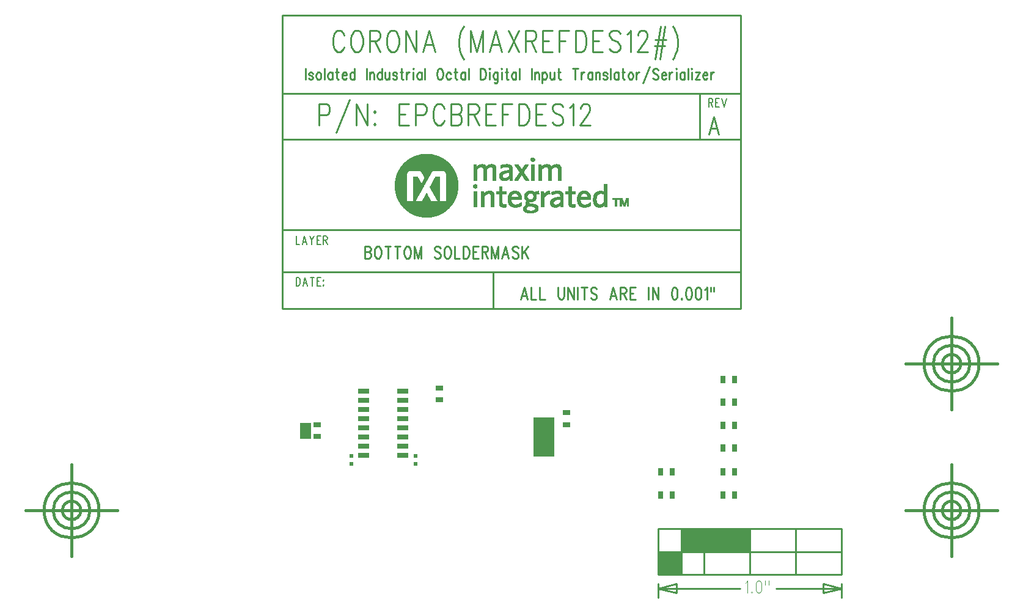
<source format=gbr>
*
*
G04 PADS 9.5 Build Number: 522968 generated Gerber (RS-274-X) file*
G04 PC Version=2.1*
*
%IN "MAXREFDES12_A.pcb"*%
*
%MOIN*%
*
%FSLAX35Y35*%
*
*
*
*
G04 PC Standard Apertures*
*
*
G04 Thermal Relief Aperture macro.*
%AMTER*
1,1,$1,0,0*
1,0,$1-$2,0,0*
21,0,$3,$4,0,0,45*
21,0,$3,$4,0,0,135*
%
*
*
G04 Annular Aperture macro.*
%AMANN*
1,1,$1,0,0*
1,0,$2,0,0*
%
*
*
G04 Odd Aperture macro.*
%AMODD*
1,1,$1,0,0*
1,0,$1-0.005,0,0*
%
*
*
G04 PC Custom Aperture Macros*
*
*
*
*
*
*
G04 PC Aperture Table*
*
%ADD046C,0.015*%
%ADD151R,0.025X0.025*%
%ADD176R,0.022X0.022*%
%ADD177C,0.01*%
%ADD180C,0.007*%
%ADD185C,0.001*%
%ADD189C,0*%
%ADD232R,0.06X0.025*%
%ADD234R,0.04X0.03*%
%ADD235R,0.03X0.04*%
%ADD239C,0.002*%
%ADD252C,0.009*%
%ADD253R,0.05906X0.09055*%
%ADD254R,0.115X0.215*%
*
*
*
*
G04 PC Circuitry*
G04 Layer Name MAXREFDES12_A.pcb - circuitry*
%LPD*%
*
*
G04 PC Custom Flashes*
G04 Layer Name MAXREFDES12_A.pcb - flashes*
%LPD*%
*
*
G04 PC Circuitry*
G04 Layer Name MAXREFDES12_A.pcb - circuitry*
%LPD*%
*
G54D46*
G01X2240000Y1553750D02*
Y1548750D01*
Y1543750*
Y1583750D02*
Y1553750D01*
X2220000Y1568750D02*
X2215000D01*
X2225000D02*
X2220000D01*
X2240000Y1583750D02*
Y1588750D01*
X2260000Y1568750D02*
X2265000D01*
X2255000D02*
X2260000D01*
X2225000D02*
X2255000D01*
X2245000D02*
G75*
G03X2245000I-5000J0D01*
G01X2255000D02*
G03X2255000I-15000J0D01*
G01X2250000D02*
G03X2250000I-10000J0D01*
G01X2240000Y1588750D02*
Y1593750D01*
Y1473750D02*
Y1468750D01*
Y1463750*
Y1503750D02*
Y1473750D01*
X2220000Y1488750D02*
X2215000D01*
X2225000D02*
X2220000D01*
X2240000Y1503750D02*
Y1508750D01*
X2260000Y1488750D02*
X2265000D01*
X2255000D02*
X2260000D01*
X2225000D02*
X2255000D01*
X2245000D02*
G03X2245000I-5000J0D01*
G01X2255000D02*
G03X2255000I-15000J0D01*
G01X2250000D02*
G03X2250000I-10000J0D01*
G01X2240000Y1508750D02*
Y1513750D01*
X1760000Y1473750D02*
Y1468750D01*
Y1463750*
Y1503750D02*
Y1473750D01*
X1740000Y1488750D02*
X1735000D01*
X1745000D02*
X1740000D01*
X1760000Y1503750D02*
Y1508750D01*
X1780000Y1488750D02*
X1785000D01*
X1775000D02*
X1780000D01*
X1745000D02*
X1775000D01*
X1765000D02*
G03X1765000I-5000J0D01*
G01X1775000D02*
G03X1775000I-15000J0D01*
G01X1770000D02*
G03X1770000I-10000J0D01*
G01X1760000Y1508750D02*
Y1513750D01*
G54D151*
X2021000Y1519750D03*
X2014000D03*
X2021000Y1524750D03*
X2014000D03*
X2021000Y1531750D03*
X2014000D03*
X2021000Y1537750D03*
X2014000D03*
X2017500Y1522750D03*
Y1534750D03*
G54D176*
X1912500Y1518500D03*
Y1514000D03*
X1947500Y1518500D03*
Y1514000D03*
G54D177*
X2080000Y1453750D02*
X2180000D01*
Y1478750*
X2080000*
Y1453750*
Y1446250D02*
X2124500D01*
X2080000D02*
X2090000Y1448750D01*
Y1443750*
X2080000Y1446250*
X2180000D02*
X2144136D01*
X2180000D02*
X2170000Y1443750D01*
Y1448750*
X2180000Y1446250*
X2080000Y1448750D02*
Y1441250D01*
X2180000Y1448750D02*
Y1441250D01*
X2082000Y1453750D02*
Y1466250D01*
X2083000Y1453750D02*
Y1466250D01*
X2084000D02*
Y1453750D01*
X2085000Y1466250D02*
Y1453750D01*
X2086000Y1466250D02*
Y1453750D01*
X2087000Y1466250D02*
Y1453750D01*
X2088000Y1466250D02*
Y1453750D01*
X2089000Y1466250D02*
Y1453750D01*
X2090000D02*
Y1466250D01*
X2091000Y1453750D02*
Y1466250D01*
X2094000D02*
Y1478750D01*
X2095000Y1466250D02*
Y1478750D01*
X2096000D02*
Y1466250D01*
X2097000Y1478750D02*
Y1466250D01*
X2098000Y1478750D02*
Y1466250D01*
X2099000Y1478750D02*
Y1466250D01*
X2100000Y1478750D02*
Y1466250D01*
X2101000Y1478750D02*
Y1466250D01*
X2102000D02*
Y1478750D01*
X2103000Y1466250D02*
Y1478750D01*
X2092500Y1453750D02*
Y1478750D01*
X2105000Y1453750D02*
Y1478750D01*
X2080000Y1466250D02*
X2180000D01*
X2155000Y1453750D02*
Y1478750D01*
X2130000Y1453750D02*
Y1478750D01*
X2081000Y1453750D02*
Y1466250D01*
X2091500Y1453750D02*
Y1466250D01*
X2093500D02*
Y1478750D01*
X2104000Y1466250D02*
Y1478750D01*
X2107000Y1466250D02*
Y1478750D01*
X2106000Y1466250D02*
Y1478750D01*
X2108000Y1466250D02*
Y1478750D01*
X2109000D02*
Y1466250D01*
X2110000Y1478750D02*
Y1466250D01*
X2111000Y1478750D02*
Y1466250D01*
X2112000Y1478750D02*
Y1466250D01*
X2113000Y1478750D02*
Y1466250D01*
X2115000D02*
Y1478750D01*
X2114000D02*
Y1466250D01*
X2116000D02*
Y1478750D01*
X2117000Y1466250D02*
Y1478750D01*
X2119000Y1466250D02*
Y1478750D01*
X2118000Y1466250D02*
Y1478750D01*
X2120000Y1466250D02*
Y1478750D01*
X2121000D02*
Y1466250D01*
X2122000Y1478750D02*
Y1466250D01*
X2123000Y1478750D02*
Y1466250D01*
X2124000Y1478750D02*
Y1466250D01*
X2125000Y1478750D02*
Y1466250D01*
X2126000Y1478750D02*
Y1466250D01*
X2127000D02*
Y1478750D01*
X2128000Y1466250D02*
Y1478750D01*
X2129000Y1466250D02*
Y1478750D01*
X2125000Y1598750D02*
Y1758750D01*
X1875000*
Y1598750*
X2125000*
X2102500Y1716250D02*
Y1691250D01*
X2125000Y1716250D02*
X1875000D01*
X2125000Y1691250D02*
X1875000D01*
X2125000Y1618750D02*
X1875000D01*
X2125000Y1641950D02*
X1875000D01*
X1990000Y1598750D02*
Y1618750D01*
X1895000Y1710563D02*
Y1698750D01*
Y1710563D02*
X1898682D01*
X1898682D02*
X1899909Y1710000D01*
X1900318Y1709438*
X1900318D02*
X1900727Y1708313D01*
X1900727D02*
Y1706625D01*
X1900318Y1705500*
X1899909Y1704938*
X1899909D02*
X1898682Y1704375D01*
X1895000*
X1911773Y1712813D02*
X1904409Y1694812D01*
X1915455Y1710563D02*
Y1698750D01*
Y1710563D02*
X1921182Y1698750D01*
Y1710563D02*
Y1698750D01*
X1925273Y1706625D02*
X1924864Y1706063D01*
X1924864D02*
X1925273Y1705500D01*
X1925682Y1706063*
X1925682D02*
X1925273Y1706625D01*
Y1699875D02*
X1924864Y1699313D01*
X1924864D02*
X1925273Y1698750D01*
X1925682Y1699313*
X1925682D02*
X1925273Y1699875D01*
X1938773Y1710563D02*
Y1698750D01*
Y1710563D02*
X1944091D01*
X1938773Y1704938D02*
X1942045D01*
X1938773Y1698750D02*
X1944091D01*
X1947773Y1710563D02*
Y1698750D01*
Y1710563D02*
X1951455D01*
X1951455D02*
X1952682Y1710000D01*
X1953091Y1709438*
X1953091D02*
X1953500Y1708313D01*
X1953500D02*
Y1706625D01*
X1953091Y1705500*
X1952682Y1704938*
X1952682D02*
X1951455Y1704375D01*
X1947773*
X1963318Y1707750D02*
X1962909Y1708875D01*
X1962091Y1710000*
X1961273Y1710563*
X1961273D02*
X1959636D01*
X1959636D02*
X1958818Y1710000D01*
X1958000Y1708875*
X1957591Y1707750*
X1957182Y1706063*
X1957182D02*
Y1703250D01*
X1957591Y1701563*
X1957591D02*
X1958000Y1700438D01*
X1958000D02*
X1958818Y1699313D01*
X1958818D02*
X1959636Y1698750D01*
X1961273*
X1962091Y1699313*
X1962091D02*
X1962909Y1700438D01*
X1962909D02*
X1963318Y1701563D01*
X1967000Y1710563D02*
Y1698750D01*
Y1710563D02*
X1970682D01*
X1970682D02*
X1971909Y1710000D01*
X1972318Y1709438*
X1972318D02*
X1972727Y1708313D01*
X1972727D02*
Y1707188D01*
X1972727D02*
X1972318Y1706063D01*
X1972318D02*
X1971909Y1705500D01*
X1970682Y1704938*
X1967000D02*
X1970682D01*
X1970682D02*
X1971909Y1704375D01*
X1972318Y1703813*
X1972318D02*
X1972727Y1702688D01*
X1972727D02*
Y1701000D01*
X1972318Y1699875*
X1971909Y1699313*
X1971909D02*
X1970682Y1698750D01*
X1967000*
X1976409Y1710563D02*
Y1698750D01*
Y1710563D02*
X1980091D01*
X1980091D02*
X1981318Y1710000D01*
X1981727Y1709438*
X1981727D02*
X1982136Y1708313D01*
X1982136D02*
Y1707188D01*
X1982136D02*
X1981727Y1706063D01*
X1981727D02*
X1981318Y1705500D01*
X1980091Y1704938*
X1980091D02*
X1976409D01*
X1979273D02*
X1982136Y1698750D01*
X1985818Y1710563D02*
Y1698750D01*
Y1710563D02*
X1991136D01*
X1985818Y1704938D02*
X1989091D01*
X1985818Y1698750D02*
X1991136D01*
X1994818Y1710563D02*
Y1698750D01*
Y1710563D02*
X2000136D01*
X1994818Y1704938D02*
X1998091D01*
X2003818Y1710563D02*
Y1698750D01*
Y1710563D02*
X2006682D01*
X2006682D02*
X2007909Y1710000D01*
X2008727Y1708875*
X2009136Y1707750*
X2009545Y1706063*
X2009545D02*
Y1703250D01*
X2009136Y1701563*
X2009136D02*
X2008727Y1700438D01*
X2008727D02*
X2007909Y1699313D01*
X2007909D02*
X2006682Y1698750D01*
X2003818*
X2013227Y1710563D02*
Y1698750D01*
Y1710563D02*
X2018545D01*
X2013227Y1704938D02*
X2016500D01*
X2013227Y1698750D02*
X2018545D01*
X2027955Y1708875D02*
X2027136Y1710000D01*
X2025909Y1710563*
X2025909D02*
X2024273D01*
X2024273D02*
X2023045Y1710000D01*
X2022227Y1708875*
Y1707750*
X2022636Y1706625*
X2023045Y1706063*
X2023045D02*
X2023864Y1705500D01*
X2026318Y1704375*
X2027136Y1703813*
X2027136D02*
X2027545Y1703250D01*
X2027955Y1702125*
Y1700438*
X2027955D02*
X2027136Y1699313D01*
X2027136D02*
X2025909Y1698750D01*
X2024273*
X2023045Y1699313*
X2023045D02*
X2022227Y1700438D01*
X2031636Y1708313D02*
X2032455Y1708875D01*
X2033682Y1710563*
X2033682D02*
Y1698750D01*
X2037773Y1707750D02*
Y1708313D01*
X2037773D02*
X2038182Y1709438D01*
X2038182D02*
X2038591Y1710000D01*
X2039409Y1710563*
X2039409D02*
X2041045D01*
X2041045D02*
X2041864Y1710000D01*
X2042273Y1709438*
X2042273D02*
X2042682Y1708313D01*
X2042682D02*
Y1707188D01*
X2042682D02*
X2042273Y1706063D01*
X2042273D02*
X2041455Y1704375D01*
X2037364Y1698750*
X2043091*
X1908636Y1747750D02*
X1908227Y1748875D01*
X1907409Y1750000*
X1906591Y1750563*
X1906591D02*
X1904955D01*
X1904955D02*
X1904136Y1750000D01*
X1903318Y1748875*
X1902909Y1747750*
X1902500Y1746063*
X1902500D02*
Y1743250D01*
X1902909Y1741563*
X1902909D02*
X1903318Y1740438D01*
X1903318D02*
X1904136Y1739313D01*
X1904136D02*
X1904955Y1738750D01*
X1906591*
X1907409Y1739313*
X1907409D02*
X1908227Y1740438D01*
X1908227D02*
X1908636Y1741563D01*
X1914773Y1750563D02*
X1913955Y1750000D01*
X1913136Y1748875*
X1912727Y1747750*
X1912318Y1746063*
X1912318D02*
Y1743250D01*
X1912727Y1741563*
X1912727D02*
X1913136Y1740438D01*
X1913136D02*
X1913955Y1739313D01*
X1913955D02*
X1914773Y1738750D01*
X1916409*
X1917227Y1739313*
X1917227D02*
X1918045Y1740438D01*
X1918045D02*
X1918455Y1741563D01*
X1918455D02*
X1918864Y1743250D01*
Y1746063*
X1918864D02*
X1918455Y1747750D01*
X1918045Y1748875*
X1917227Y1750000*
X1916409Y1750563*
X1916409D02*
X1914773D01*
X1922545D02*
Y1738750D01*
Y1750563D02*
X1926227D01*
X1926227D02*
X1927455Y1750000D01*
X1927864Y1749438*
X1927864D02*
X1928273Y1748313D01*
X1928273D02*
Y1747188D01*
X1928273D02*
X1927864Y1746063D01*
X1927864D02*
X1927455Y1745500D01*
X1926227Y1744938*
X1926227D02*
X1922545D01*
X1925409D02*
X1928273Y1738750D01*
X1934409Y1750563D02*
X1933591Y1750000D01*
X1932773Y1748875*
X1932364Y1747750*
X1931955Y1746063*
X1931955D02*
Y1743250D01*
X1932364Y1741563*
X1932364D02*
X1932773Y1740438D01*
X1932773D02*
X1933591Y1739313D01*
X1933591D02*
X1934409Y1738750D01*
X1936045*
X1936864Y1739313*
X1936864D02*
X1937682Y1740438D01*
X1937682D02*
X1938091Y1741563D01*
X1938091D02*
X1938500Y1743250D01*
Y1746063*
X1938500D02*
X1938091Y1747750D01*
X1937682Y1748875*
X1936864Y1750000*
X1936045Y1750563*
X1936045D02*
X1934409D01*
X1942182D02*
Y1738750D01*
Y1750563D02*
X1947909Y1738750D01*
Y1750563D02*
Y1738750D01*
X1954864Y1750563D02*
X1951591Y1738750D01*
X1954864Y1750563D02*
X1958136Y1738750D01*
X1952818Y1742688D02*
X1956909D01*
X1974091Y1752813D02*
X1973273Y1751688D01*
X1973273D02*
X1972455Y1750000D01*
X1971636Y1747750*
X1971227Y1744938*
X1971227D02*
Y1742688D01*
X1971227D02*
X1971636Y1739875D01*
X1972455Y1737625*
X1973273Y1735937*
X1973273D02*
X1974091Y1734812D01*
X1977773Y1750563D02*
Y1738750D01*
Y1750563D02*
X1981045Y1738750D01*
X1984318Y1750563D02*
X1981045Y1738750D01*
X1984318Y1750563D02*
Y1738750D01*
X1991273Y1750563D02*
X1988000Y1738750D01*
X1991273Y1750563D02*
X1994545Y1738750D01*
X1989227Y1742688D02*
X1993318D01*
X1998227Y1750563D02*
X2003955Y1738750D01*
Y1750563D02*
X1998227Y1738750D01*
X2007636Y1750563D02*
Y1738750D01*
Y1750563D02*
X2011318D01*
X2011318D02*
X2012545Y1750000D01*
X2012955Y1749438*
X2012955D02*
X2013364Y1748313D01*
X2013364D02*
Y1747188D01*
X2013364D02*
X2012955Y1746063D01*
X2012955D02*
X2012545Y1745500D01*
X2011318Y1744938*
X2011318D02*
X2007636D01*
X2010500D02*
X2013364Y1738750D01*
X2017045Y1750563D02*
Y1738750D01*
Y1750563D02*
X2022364D01*
X2017045Y1744938D02*
X2020318D01*
X2017045Y1738750D02*
X2022364D01*
X2026045Y1750563D02*
Y1738750D01*
Y1750563D02*
X2031364D01*
X2026045Y1744938D02*
X2029318D01*
X2035045Y1750563D02*
Y1738750D01*
Y1750563D02*
X2037909D01*
X2037909D02*
X2039136Y1750000D01*
X2039955Y1748875*
X2040364Y1747750*
X2040773Y1746063*
X2040773D02*
Y1743250D01*
X2040364Y1741563*
X2040364D02*
X2039955Y1740438D01*
X2039955D02*
X2039136Y1739313D01*
X2039136D02*
X2037909Y1738750D01*
X2035045*
X2044455Y1750563D02*
Y1738750D01*
Y1750563D02*
X2049773D01*
X2044455Y1744938D02*
X2047727D01*
X2044455Y1738750D02*
X2049773D01*
X2059182Y1748875D02*
X2058364Y1750000D01*
X2057136Y1750563*
X2057136D02*
X2055500D01*
X2055500D02*
X2054273Y1750000D01*
X2053455Y1748875*
Y1747750*
X2053864Y1746625*
X2054273Y1746063*
X2054273D02*
X2055091Y1745500D01*
X2057545Y1744375*
X2058364Y1743813*
X2058364D02*
X2058773Y1743250D01*
X2059182Y1742125*
Y1740438*
X2059182D02*
X2058364Y1739313D01*
X2058364D02*
X2057136Y1738750D01*
X2055500*
X2054273Y1739313*
X2054273D02*
X2053455Y1740438D01*
X2062864Y1748313D02*
X2063682Y1748875D01*
X2064909Y1750563*
X2064909D02*
Y1738750D01*
X2069000Y1747750D02*
Y1748313D01*
X2069000D02*
X2069409Y1749438D01*
X2069409D02*
X2069818Y1750000D01*
X2070636Y1750563*
X2070636D02*
X2072273D01*
X2072273D02*
X2073091Y1750000D01*
X2073500Y1749438*
X2073500D02*
X2073909Y1748313D01*
X2073909D02*
Y1747188D01*
X2073909D02*
X2073500Y1746063D01*
X2073500D02*
X2072682Y1744375D01*
X2068591Y1738750*
X2074318*
X2081273Y1752813D02*
X2078409Y1734812D01*
X2083727Y1752813D02*
X2080864Y1734812D01*
X2078409Y1745500D02*
X2084136D01*
X2078000Y1742125D02*
X2083727D01*
X2087818Y1752813D02*
X2088636Y1751688D01*
X2088636D02*
X2089455Y1750000D01*
X2090273Y1747750*
X2090682Y1744938*
X2090682D02*
Y1742688D01*
X2090682D02*
X2090273Y1739875D01*
X2089455Y1737625*
X2088636Y1735937*
X2088636D02*
X2087818Y1734812D01*
X2110227Y1703594D02*
X2107500Y1693750D01*
X2110227Y1703594D02*
X2112955Y1693750D01*
X2108523Y1697031D02*
X2111932D01*
X2006818Y1610313D02*
X2005000Y1603750D01*
X2006818Y1610313D02*
X2008636Y1603750D01*
X2005682Y1605938D02*
X2007955D01*
X2010682Y1610313D02*
Y1603750D01*
X2013409*
X2015455Y1610313D02*
Y1603750D01*
X2018182*
X2025455Y1610313D02*
Y1605625D01*
X2025682Y1604688*
X2025682D02*
X2026136Y1604063D01*
X2026136D02*
X2026818Y1603750D01*
X2027273*
X2027955Y1604063*
X2027955D02*
X2028409Y1604688D01*
X2028409D02*
X2028636Y1605625D01*
Y1610313*
X2030682D02*
Y1603750D01*
Y1610313D02*
X2033864Y1603750D01*
Y1610313D02*
Y1603750D01*
X2035909Y1610313D02*
Y1603750D01*
X2039545Y1610313D02*
Y1603750D01*
X2037955Y1610313D02*
X2041136D01*
X2046364Y1609375D02*
X2045909Y1610000D01*
X2045227Y1610313*
X2045227D02*
X2044318D01*
X2044318D02*
X2043636Y1610000D01*
X2043182Y1609375*
Y1608750*
X2043409Y1608125*
X2043636Y1607813*
X2043636D02*
X2044091Y1607500D01*
X2045455Y1606875*
X2045909Y1606563*
X2045909D02*
X2046136Y1606250D01*
X2046364Y1605625*
Y1604688*
X2046364D02*
X2045909Y1604063D01*
X2045909D02*
X2045227Y1603750D01*
X2044318*
X2043636Y1604063*
X2043636D02*
X2043182Y1604688D01*
X2055455Y1610313D02*
X2053636Y1603750D01*
X2055455Y1610313D02*
X2057273Y1603750D01*
X2054318Y1605938D02*
X2056591D01*
X2059318Y1610313D02*
Y1603750D01*
Y1610313D02*
X2061364D01*
X2061364D02*
X2062045Y1610000D01*
X2062273Y1609688*
X2062273D02*
X2062500Y1609063D01*
X2062500D02*
Y1608438D01*
X2062500D02*
X2062273Y1607813D01*
X2062273D02*
X2062045Y1607500D01*
X2061364Y1607188*
X2061364D02*
X2059318D01*
X2060909D02*
X2062500Y1603750D01*
X2064545Y1610313D02*
Y1603750D01*
Y1610313D02*
X2067500D01*
X2064545Y1607188D02*
X2066364D01*
X2064545Y1603750D02*
X2067500D01*
X2074773Y1610313D02*
Y1603750D01*
X2076818Y1610313D02*
Y1603750D01*
Y1610313D02*
X2080000Y1603750D01*
Y1610313D02*
Y1603750D01*
X2088636Y1610313D02*
X2087955Y1610000D01*
X2087500Y1609063*
X2087500D02*
X2087273Y1607500D01*
Y1606563*
X2087273D02*
X2087500Y1605000D01*
X2087955Y1604063*
X2087955D02*
X2088636Y1603750D01*
X2089091*
X2089773Y1604063*
X2089773D02*
X2090227Y1605000D01*
X2090455Y1606563*
X2090455D02*
Y1607500D01*
X2090227Y1609063*
X2090227D02*
X2089773Y1610000D01*
X2089091Y1610313*
X2089091D02*
X2088636D01*
X2092727Y1604375D02*
X2092500Y1604063D01*
X2092500D02*
X2092727Y1603750D01*
X2092955Y1604063*
X2092955D02*
X2092727Y1604375D01*
X2096364Y1610313D02*
X2095682Y1610000D01*
X2095227Y1609063*
X2095227D02*
X2095000Y1607500D01*
Y1606563*
X2095000D02*
X2095227Y1605000D01*
X2095682Y1604063*
X2095682D02*
X2096364Y1603750D01*
X2096818*
X2097500Y1604063*
X2097500D02*
X2097955Y1605000D01*
X2098182Y1606563*
X2098182D02*
Y1607500D01*
X2097955Y1609063*
X2097955D02*
X2097500Y1610000D01*
X2096818Y1610313*
X2096818D02*
X2096364D01*
X2101591D02*
X2100909Y1610000D01*
X2100455Y1609063*
X2100455D02*
X2100227Y1607500D01*
Y1606563*
X2100227D02*
X2100455Y1605000D01*
X2100909Y1604063*
X2100909D02*
X2101591Y1603750D01*
X2102045*
X2102727Y1604063*
X2102727D02*
X2103182Y1605000D01*
X2103409Y1606563*
X2103409D02*
Y1607500D01*
X2103182Y1609063*
X2103182D02*
X2102727Y1610000D01*
X2102045Y1610313*
X2102045D02*
X2101591D01*
X2105455Y1609063D02*
X2105909Y1609375D01*
X2106591Y1610313*
X2106591D02*
Y1603750D01*
X2108636Y1610313D02*
Y1608125D01*
X2110455Y1610313D02*
Y1608125D01*
X1920000Y1632813D02*
Y1626250D01*
Y1632813D02*
X1922045D01*
X1922045D02*
X1922727Y1632500D01*
X1922955Y1632188*
X1922955D02*
X1923182Y1631563D01*
X1923182D02*
Y1630938D01*
X1923182D02*
X1922955Y1630313D01*
X1922955D02*
X1922727Y1630000D01*
X1922045Y1629688*
X1920000D02*
X1922045D01*
X1922045D02*
X1922727Y1629375D01*
X1922955Y1629063*
X1922955D02*
X1923182Y1628438D01*
X1923182D02*
Y1627500D01*
X1922955Y1626875*
X1922727Y1626563*
X1922727D02*
X1922045Y1626250D01*
X1920000*
X1926591Y1632813D02*
X1926136Y1632500D01*
X1925682Y1631875*
X1925455Y1631250*
X1925227Y1630313*
X1925227D02*
Y1628750D01*
X1925455Y1627813*
X1925455D02*
X1925682Y1627188D01*
X1925682D02*
X1926136Y1626563D01*
X1926136D02*
X1926591Y1626250D01*
X1927500*
X1927955Y1626563*
X1927955D02*
X1928409Y1627188D01*
X1928409D02*
X1928636Y1627813D01*
X1928636D02*
X1928864Y1628750D01*
Y1630313*
X1928864D02*
X1928636Y1631250D01*
X1928409Y1631875*
X1927955Y1632500*
X1927500Y1632813*
X1927500D02*
X1926591D01*
X1932500D02*
Y1626250D01*
X1930909Y1632813D02*
X1934091D01*
X1937727D02*
Y1626250D01*
X1936136Y1632813D02*
X1939318D01*
X1942727D02*
X1942273Y1632500D01*
X1941818Y1631875*
X1941591Y1631250*
X1941364Y1630313*
X1941364D02*
Y1628750D01*
X1941591Y1627813*
X1941591D02*
X1941818Y1627188D01*
X1941818D02*
X1942273Y1626563D01*
X1942273D02*
X1942727Y1626250D01*
X1943636*
X1944091Y1626563*
X1944091D02*
X1944545Y1627188D01*
X1944545D02*
X1944773Y1627813D01*
X1944773D02*
X1945000Y1628750D01*
Y1630313*
X1945000D02*
X1944773Y1631250D01*
X1944545Y1631875*
X1944091Y1632500*
X1943636Y1632813*
X1943636D02*
X1942727D01*
X1947045D02*
Y1626250D01*
Y1632813D02*
X1948864Y1626250D01*
X1950682Y1632813D02*
X1948864Y1626250D01*
X1950682Y1632813D02*
Y1626250D01*
X1961136Y1631875D02*
X1960682Y1632500D01*
X1960000Y1632813*
X1960000D02*
X1959091D01*
X1959091D02*
X1958409Y1632500D01*
X1957955Y1631875*
Y1631250*
X1958182Y1630625*
X1958409Y1630313*
X1958409D02*
X1958864Y1630000D01*
X1960227Y1629375*
X1960682Y1629063*
X1960682D02*
X1960909Y1628750D01*
X1961136Y1628125*
Y1627188*
X1961136D02*
X1960682Y1626563D01*
X1960682D02*
X1960000Y1626250D01*
X1959091*
X1958409Y1626563*
X1958409D02*
X1957955Y1627188D01*
X1964545Y1632813D02*
X1964091Y1632500D01*
X1963636Y1631875*
X1963409Y1631250*
X1963182Y1630313*
X1963182D02*
Y1628750D01*
X1963409Y1627813*
X1963409D02*
X1963636Y1627188D01*
X1963636D02*
X1964091Y1626563D01*
X1964091D02*
X1964545Y1626250D01*
X1965455*
X1965909Y1626563*
X1965909D02*
X1966364Y1627188D01*
X1966364D02*
X1966591Y1627813D01*
X1966591D02*
X1966818Y1628750D01*
Y1630313*
X1966818D02*
X1966591Y1631250D01*
X1966364Y1631875*
X1965909Y1632500*
X1965455Y1632813*
X1965455D02*
X1964545D01*
X1968864D02*
Y1626250D01*
X1971591*
X1973636Y1632813D02*
Y1626250D01*
Y1632813D02*
X1975227D01*
X1975227D02*
X1975909Y1632500D01*
X1976364Y1631875*
X1976591Y1631250*
X1976818Y1630313*
X1976818D02*
Y1628750D01*
X1976591Y1627813*
X1976591D02*
X1976364Y1627188D01*
X1976364D02*
X1975909Y1626563D01*
X1975909D02*
X1975227Y1626250D01*
X1973636*
X1978864Y1632813D02*
Y1626250D01*
Y1632813D02*
X1981818D01*
X1978864Y1629688D02*
X1980682D01*
X1978864Y1626250D02*
X1981818D01*
X1983864Y1632813D02*
Y1626250D01*
Y1632813D02*
X1985909D01*
X1985909D02*
X1986591Y1632500D01*
X1986818Y1632188*
X1986818D02*
X1987045Y1631563D01*
X1987045D02*
Y1630938D01*
X1987045D02*
X1986818Y1630313D01*
X1986818D02*
X1986591Y1630000D01*
X1985909Y1629688*
X1985909D02*
X1983864D01*
X1985455D02*
X1987045Y1626250D01*
X1989091Y1632813D02*
Y1626250D01*
Y1632813D02*
X1990909Y1626250D01*
X1992727Y1632813D02*
X1990909Y1626250D01*
X1992727Y1632813D02*
Y1626250D01*
X1996591Y1632813D02*
X1994773Y1626250D01*
X1996591Y1632813D02*
X1998409Y1626250D01*
X1995455Y1628438D02*
X1997727D01*
X2003636Y1631875D02*
X2003182Y1632500D01*
X2002500Y1632813*
X2002500D02*
X2001591D01*
X2001591D02*
X2000909Y1632500D01*
X2000455Y1631875*
Y1631250*
X2000682Y1630625*
X2000909Y1630313*
X2000909D02*
X2001364Y1630000D01*
X2002727Y1629375*
X2003182Y1629063*
X2003182D02*
X2003409Y1628750D01*
X2003636Y1628125*
Y1627188*
X2003636D02*
X2003182Y1626563D01*
X2003182D02*
X2002500Y1626250D01*
X2001591*
X2000909Y1626563*
X2000909D02*
X2000455Y1627188D01*
X2005682Y1632813D02*
Y1626250D01*
X2008864Y1632813D02*
X2005682Y1628438D01*
X2006818Y1630000D02*
X2008864Y1626250D01*
G54D180*
X1882500Y1615844D02*
Y1611250D01*
Y1615844D02*
X1883614D01*
X1884091Y1615625*
X1884409Y1615188*
X1884409D02*
X1884568Y1614750D01*
X1884727Y1614094*
Y1613000*
X1884568Y1612344*
X1884409Y1611906*
X1884091Y1611469*
X1883614Y1611250*
X1882500*
X1887432Y1615844D02*
X1886159Y1611250D01*
X1887432Y1615844D02*
X1888705Y1611250D01*
X1886636Y1612781D02*
X1888227D01*
X1891250Y1615844D02*
Y1611250D01*
X1890136Y1615844D02*
X1892364D01*
X1893795D02*
Y1611250D01*
Y1615844D02*
X1895864D01*
X1893795Y1613656D02*
X1895068D01*
X1893795Y1611250D02*
X1895864D01*
X1897455Y1614313D02*
X1897295Y1614094D01*
X1897455Y1613875*
X1897614Y1614094*
X1897455Y1614313*
Y1611688D02*
X1897295Y1611469D01*
X1897455Y1611250*
X1897614Y1611469*
X1897455Y1611688*
X1882500Y1638344D02*
Y1633750D01*
X1884409*
X1887114Y1638344D02*
X1885841Y1633750D01*
X1887114Y1638344D02*
X1888386Y1633750D01*
X1886318Y1635281D02*
X1887909D01*
X1889818Y1638344D02*
X1891091Y1636156D01*
Y1633750*
X1892364Y1638344D02*
X1891091Y1636156D01*
X1893795Y1638344D02*
Y1633750D01*
Y1638344D02*
X1895864D01*
X1893795Y1636156D02*
X1895068D01*
X1893795Y1633750D02*
X1895864D01*
X1897295Y1638344D02*
Y1633750D01*
Y1638344D02*
X1898727D01*
X1899205Y1638125*
X1899364Y1637906*
X1899523Y1637469*
Y1637031*
X1899364Y1636594*
X1899205Y1636375*
X1898727Y1636156*
X1897295*
X1898409D02*
X1899523Y1633750D01*
X2107500Y1713344D02*
Y1708750D01*
Y1713344D02*
X2108932D01*
X2109409Y1713125*
X2109568Y1712906*
X2109727Y1712469*
Y1712031*
X2109568Y1711594*
X2109409Y1711375*
X2108932Y1711156*
X2107500*
X2108614D02*
X2109727Y1708750D01*
X2111159Y1713344D02*
Y1708750D01*
Y1713344D02*
X2113227D01*
X2111159Y1711156D02*
X2112432D01*
X2111159Y1708750D02*
X2113227D01*
X2114659Y1713344D02*
X2115932Y1708750D01*
X2117205Y1713344D02*
X2115932Y1708750D01*
G54D185*
X2080000Y1453750D02*
X2080003D01*
X2180000D02*
X2180003D01*
G54D189*
X2127500Y1449063D02*
X2127955Y1449375D01*
X2128636Y1450313*
X2128636D02*
Y1443750D01*
X2130909Y1444375D02*
X2130682Y1444063D01*
X2130682D02*
X2130909Y1443750D01*
X2131136Y1444063*
X2131136D02*
X2130909Y1444375D01*
X2134545Y1450313D02*
X2133864Y1450000D01*
X2133409Y1449063*
X2133409D02*
X2133182Y1447500D01*
Y1446563*
X2133182D02*
X2133409Y1445000D01*
X2133864Y1444063*
X2133864D02*
X2134545Y1443750D01*
X2135000*
X2135682Y1444063*
X2135682D02*
X2136136Y1445000D01*
X2136364Y1446563*
X2136364D02*
Y1447500D01*
X2136136Y1449063*
X2136136D02*
X2135682Y1450000D01*
X2135000Y1450313*
X2135000D02*
X2134545D01*
X2138409D02*
Y1448125D01*
X2140227Y1450313D02*
Y1448125D01*
G54D232*
X1919250Y1518750D03*
Y1523750D03*
Y1528750D03*
Y1533750D03*
Y1538750D03*
Y1543750D03*
Y1548750D03*
Y1553750D03*
X1940750D03*
Y1548750D03*
Y1543750D03*
Y1538750D03*
Y1533750D03*
Y1528750D03*
Y1523750D03*
Y1518750D03*
G54D234*
X2030000Y1535500D03*
Y1542000D03*
X1894000Y1529000D03*
Y1535500D03*
X1960500Y1555500D03*
Y1549000D03*
G54D235*
X2121750Y1522750D03*
X2115250D03*
X2121750Y1497250D03*
X2115250D03*
X2121750Y1509750D03*
X2115250D03*
X2121750Y1535250D03*
X2115250D03*
X2087750Y1509750D03*
X2081250D03*
X2087750Y1497250D03*
X2081250D03*
X2121750Y1560250D03*
X2115250D03*
X2121750Y1547750D03*
X2115250D03*
G54D239*
X1952500Y1648750D02*
X1954516D01*
X1951425Y1648840D02*
X1955502D01*
X1950798Y1648929D02*
X1956218D01*
X1950261Y1649019D02*
X1956666D01*
X1949813Y1649108D02*
X1957112D01*
X1949454Y1649198D02*
X1957562D01*
X1949096Y1649287D02*
X1957920D01*
X1948738Y1649377D02*
X1958189D01*
X1948469Y1649467D02*
X1958547D01*
X1948111Y1649556D02*
X1958816D01*
X1947842Y1649646D02*
X1959085D01*
X1947663Y1649735D02*
X1959354D01*
X1947394Y1649825D02*
X1959533D01*
X1947125Y1649915D02*
X1959802D01*
X1946946Y1650004D02*
X1960070D01*
X1946677Y1650094D02*
X1960249D01*
X1946498Y1650183D02*
X1960429D01*
X1946319Y1650273D02*
X1960608D01*
X1946140Y1650362D02*
X1960876D01*
X1945961Y1650452D02*
X1961056D01*
X1945782Y1650542D02*
X1961235D01*
X1945602Y1650631D02*
X1961412D01*
X1945423Y1650721D02*
X1961591D01*
X1945244Y1650810D02*
X1961681D01*
X1945065Y1650900D02*
X1961860D01*
X1944886Y1650989D02*
X1962039D01*
X1944796Y1651079D02*
X1962218D01*
X2009382D02*
X2011040D01*
X1944617Y1651169D02*
X1962308D01*
X2008755D02*
X2011757D01*
X1944438Y1651258D02*
X1962487D01*
X2008307D02*
X2012115D01*
X1944348Y1651348D02*
X1962668D01*
X2008038D02*
X2012473D01*
X1944169Y1651437D02*
X1962758D01*
X2007770D02*
X2012653D01*
X1944080Y1651527D02*
X1962937D01*
X2007501D02*
X2012921D01*
X1943900Y1651617D02*
X1963026D01*
X2007322D02*
X2013101D01*
X1943811Y1651706D02*
X1963206D01*
X2007232D02*
X2013280D01*
X1943632Y1651796D02*
X1963295D01*
X2007053D02*
X2013369D01*
X1943542Y1651885D02*
X1963474D01*
X2006964D02*
X2013548D01*
X1943363Y1651975D02*
X1963564D01*
X2006874D02*
X2013638D01*
X1943273Y1652064D02*
X1963653D01*
X2006784D02*
X2013728D01*
X1943184Y1652154D02*
X1963833D01*
X2006695D02*
X2013817D01*
X1943005Y1652244D02*
X1963922D01*
X2006605D02*
X2013907D01*
X1942915Y1652333D02*
X1964012D01*
X2006516D02*
X2009517D01*
X2011174D02*
X2013996D01*
X1942826Y1652423D02*
X1964191D01*
X2006516D02*
X2009070D01*
X2011622D02*
X2014086D01*
X1942646Y1652512D02*
X1964280D01*
X2006426D02*
X2008711D01*
X2011890D02*
X2014175D01*
X1942557Y1652602D02*
X1964370D01*
X2006426D02*
X2008532D01*
X2012159D02*
X2014175D01*
X1942467Y1652691D02*
X1964460D01*
X2006336D02*
X2008353D01*
X2012338D02*
X2014265D01*
X1942378Y1652781D02*
X1964639D01*
X2006336D02*
X2008174D01*
X2012428D02*
X2014265D01*
X1942288Y1652871D02*
X1964728D01*
X2006336D02*
X2008084D01*
X2012607D02*
X2014355D01*
X1942109Y1652960D02*
X1964818D01*
X2006247D02*
X2007995D01*
X2012697D02*
X2014355D01*
X1942019Y1653050D02*
X1964907D01*
X2006247D02*
X2007995D01*
X2012786D02*
X2014355D01*
X1941930Y1653139D02*
X1964997D01*
X2006247D02*
X2007905D01*
X2012786D02*
X2014444D01*
X1941840Y1653229D02*
X1965087D01*
X2006247D02*
X2007905D01*
X2012876D02*
X2014444D01*
X1941751Y1653318D02*
X1965176D01*
X2006247D02*
X2007815D01*
X2012876D02*
X2014444D01*
X1941661Y1653408D02*
X1965266D01*
X2006247D02*
X2007815D01*
X2012876D02*
X2014444D01*
X1941571Y1653498D02*
X1965355D01*
X2006247D02*
X2007815D01*
X2012965D02*
X2014444D01*
X1941482Y1653587D02*
X1965535D01*
X2006247D02*
X2007815D01*
X2012965D02*
X2014444D01*
X1941392Y1653677D02*
X1965624D01*
X2006336D02*
X2007905D01*
X2012876D02*
X2014444D01*
X1941303Y1653766D02*
X1965714D01*
X2006336D02*
X2007905D01*
X2012876D02*
X2014444D01*
X1941213Y1653856D02*
X1965803D01*
X2006336D02*
X2007905D01*
X2012876D02*
X2014444D01*
X1941124Y1653946D02*
X1965893D01*
X2006336D02*
X2007995D01*
X2012786D02*
X2014444D01*
X1941034Y1654035D02*
X1965893D01*
X2006426D02*
X2008084D01*
X2012697D02*
X2014444D01*
X1940944Y1654125D02*
X1965982D01*
X2006426D02*
X2008084D01*
X2012607D02*
X2014444D01*
X1940855Y1654214D02*
X1966072D01*
X1994870D02*
X1996708D01*
X2000872D02*
X2002978D01*
X2006516D02*
X2008174D01*
X2012428D02*
X2014444D01*
X2022819D02*
X2024475D01*
X2032672D02*
X2034420D01*
X2038674D02*
X2040691D01*
X2047005D02*
X2048573D01*
X1940765Y1654304D02*
X1966162D01*
X1994512D02*
X1997066D01*
X2000514D02*
X2003336D01*
X2006516D02*
X2008263D01*
X2012249D02*
X2014444D01*
X2022461D02*
X2024833D01*
X2032314D02*
X2034778D01*
X2038316D02*
X2041138D01*
X2046647D02*
X2048932D01*
X1940676Y1654393D02*
X1966251D01*
X1979284D02*
X1980942D01*
X1983315D02*
X1984973D01*
X1988690D02*
X1990346D01*
X1994243D02*
X1997066D01*
X2000245D02*
X2003695D01*
X2006605D02*
X2008353D01*
X2012069D02*
X2014355D01*
X2016011D02*
X2017669D01*
X2022281D02*
X2025102D01*
X2026760D02*
X2028058D01*
X2032045D02*
X2034778D01*
X2038047D02*
X2041407D01*
X2046467D02*
X2049111D01*
X2050767D02*
X2052067D01*
X1940586Y1654483D02*
X1966341D01*
X1979284D02*
X1980942D01*
X1983315D02*
X1984973D01*
X1988690D02*
X1990346D01*
X1994064D02*
X1997066D01*
X2000066D02*
X2003964D01*
X2006695D02*
X2008532D01*
X2011711D02*
X2014355D01*
X2016011D02*
X2017669D01*
X2022102D02*
X2025281D01*
X2026760D02*
X2028058D01*
X2031866D02*
X2034778D01*
X2037778D02*
X2041676D01*
X2046288D02*
X2049290D01*
X2050767D02*
X2052067D01*
X1940497Y1654573D02*
X1966430D01*
X1979284D02*
X1980942D01*
X1983315D02*
X1984973D01*
X1988690D02*
X1990346D01*
X1993975D02*
X1996976D01*
X1999887D02*
X2004143D01*
X2006784D02*
X2008622D01*
X2011353D02*
X2014265D01*
X2016011D02*
X2017669D01*
X2022013D02*
X2025460D01*
X2026760D02*
X2028058D01*
X2031687D02*
X2034778D01*
X2037599D02*
X2041945D01*
X2046109D02*
X2049469D01*
X2050678D02*
X2052067D01*
X1940407Y1654662D02*
X1966520D01*
X1979284D02*
X1980942D01*
X1983315D02*
X1984973D01*
X1988690D02*
X1990346D01*
X1993796D02*
X1996976D01*
X1999708D02*
X2004322D01*
X2006874D02*
X2008711D01*
X2010815D02*
X2014265D01*
X2016011D02*
X2017669D01*
X2021833D02*
X2025640D01*
X2026671D02*
X2028058D01*
X2031597D02*
X2034778D01*
X2037510D02*
X2042124D01*
X2045930D02*
X2049648D01*
X2050678D02*
X2052067D01*
X1940407Y1654752D02*
X1966609D01*
X1979284D02*
X1980942D01*
X1983315D02*
X1984973D01*
X1988690D02*
X1990346D01*
X1993706D02*
X1996976D01*
X1999529D02*
X2004501D01*
X2006964D02*
X2008890D01*
X2010278D02*
X2014175D01*
X2016011D02*
X2017669D01*
X2021744D02*
X2025819D01*
X2026671D02*
X2028058D01*
X2031508D02*
X2034778D01*
X2037330D02*
X2042303D01*
X2045840D02*
X2049738D01*
X2050678D02*
X2052067D01*
X1940317Y1654841D02*
X1966699D01*
X1979284D02*
X1980942D01*
X1983315D02*
X1984973D01*
X1988690D02*
X1990346D01*
X1993616D02*
X1996976D01*
X1999439D02*
X2004680D01*
X2007053D02*
X2009070D01*
X2009830D02*
X2014175D01*
X2016011D02*
X2017669D01*
X2021654D02*
X2025908D01*
X2026671D02*
X2028058D01*
X2031418D02*
X2034689D01*
X2037241D02*
X2042482D01*
X2045751D02*
X2049917D01*
X2050678D02*
X2052067D01*
X1940228Y1654931D02*
X1966699D01*
X1979284D02*
X1980942D01*
X1983315D02*
X1984973D01*
X1988690D02*
X1990346D01*
X1993527D02*
X1996976D01*
X1999349D02*
X2004859D01*
X2007143D02*
X2009249D01*
X2009382D02*
X2014086D01*
X2016011D02*
X2017669D01*
X2021565D02*
X2025998D01*
X2026671D02*
X2028058D01*
X2031329D02*
X2034689D01*
X2037062D02*
X2042572D01*
X2045661D02*
X2050007D01*
X2050678D02*
X2052067D01*
X1940138Y1655020D02*
X1966789D01*
X1979284D02*
X1980942D01*
X1983315D02*
X1984973D01*
X1988690D02*
X1990346D01*
X1993527D02*
X1996976D01*
X1999260D02*
X2004949D01*
X2007232D02*
X2013996D01*
X2016011D02*
X2017669D01*
X2021475D02*
X2026177D01*
X2026671D02*
X2028058D01*
X2031239D02*
X2034689D01*
X2036972D02*
X2042751D01*
X2045572D02*
X2050096D01*
X2050678D02*
X2052067D01*
X1940049Y1655110D02*
X1966878D01*
X1979284D02*
X1980942D01*
X1983315D02*
X1984973D01*
X1988690D02*
X1990346D01*
X1993437D02*
X1996976D01*
X1999081D02*
X2005128D01*
X2007411D02*
X2013907D01*
X2016011D02*
X2017669D01*
X2021475D02*
X2026267D01*
X2026671D02*
X2028058D01*
X2031239D02*
X2034689D01*
X2036883D02*
X2042840D01*
X2045482D02*
X2050186D01*
X2050588D02*
X2052067D01*
X1939959Y1655200D02*
X1966968D01*
X1979284D02*
X1980942D01*
X1983315D02*
X1984973D01*
X1988690D02*
X1990346D01*
X1993437D02*
X1996887D01*
X1998991D02*
X2005218D01*
X2007501D02*
X2013728D01*
X2016011D02*
X2017669D01*
X2021386D02*
X2026356D01*
X2026581D02*
X2028058D01*
X2031150D02*
X2034689D01*
X2036793D02*
X2043020D01*
X2045393D02*
X2050275D01*
X2050588D02*
X2052067D01*
X1939959Y1655289D02*
X1967057D01*
X1979284D02*
X1980942D01*
X1983315D02*
X1984973D01*
X1988690D02*
X1990346D01*
X1993348D02*
X1996887D01*
X1998901D02*
X2005307D01*
X2007680D02*
X2013638D01*
X2016011D02*
X2017669D01*
X2021386D02*
X2026446D01*
X2026581D02*
X2028058D01*
X2031150D02*
X2034689D01*
X2036703D02*
X2043109D01*
X2045303D02*
X2050365D01*
X2050588D02*
X2052067D01*
X1939869Y1655379D02*
X1967057D01*
X1979284D02*
X1980942D01*
X1983315D02*
X1984973D01*
X1988690D02*
X1990346D01*
X1993348D02*
X1996887D01*
X1998901D02*
X2005307D01*
X2007770D02*
X2013459D01*
X2016011D02*
X2017669D01*
X2021296D02*
X2028058D01*
X2031060D02*
X2034689D01*
X2036614D02*
X2043109D01*
X2045213D02*
X2050455D01*
X2050588D02*
X2052067D01*
X1939780Y1655468D02*
X1967147D01*
X1979284D02*
X1980942D01*
X1983315D02*
X1984973D01*
X1988690D02*
X1990346D01*
X1993258D02*
X1996887D01*
X1998812D02*
X2005307D01*
X2007949D02*
X2013369D01*
X2016011D02*
X2017669D01*
X2021296D02*
X2028058D01*
X2031060D02*
X2034599D01*
X2036524D02*
X2043020D01*
X2045124D02*
X2052067D01*
X1939690Y1655558D02*
X1967237D01*
X1979284D02*
X1980942D01*
X1983315D02*
X1984973D01*
X1988690D02*
X1990346D01*
X1993258D02*
X1996887D01*
X1998722D02*
X2005307D01*
X2007949D02*
X2013101D01*
X2016011D02*
X2017669D01*
X2021206D02*
X2023669D01*
X2024252D02*
X2028058D01*
X2031060D02*
X2034599D01*
X2036524D02*
X2043020D01*
X2045124D02*
X2052067D01*
X1939690Y1655648D02*
X1967326D01*
X1979284D02*
X1980942D01*
X1983315D02*
X1984973D01*
X1988690D02*
X1990346D01*
X1993258D02*
X1996887D01*
X1998633D02*
X2001366D01*
X2002753D02*
X2005307D01*
X2007859D02*
X2012921D01*
X2016011D02*
X2017669D01*
X2021206D02*
X2023311D01*
X2024700D02*
X2028058D01*
X2030970D02*
X2034599D01*
X2036435D02*
X2039078D01*
X2040555D02*
X2043020D01*
X2045034D02*
X2047767D01*
X2048259D02*
X2052067D01*
X1939601Y1655737D02*
X1967326D01*
X1979284D02*
X1980942D01*
X1983315D02*
X1984973D01*
X1988690D02*
X1990346D01*
X1993258D02*
X1995364D01*
X1998633D02*
X2001097D01*
X2003112D02*
X2005218D01*
X2007770D02*
X2012653D01*
X2016011D02*
X2017669D01*
X2021206D02*
X2023131D01*
X2024969D02*
X2028058D01*
X2030970D02*
X2033166D01*
X2036345D02*
X2038809D01*
X2040914D02*
X2043020D01*
X2045034D02*
X2047409D01*
X2048707D02*
X2052067D01*
X1939511Y1655827D02*
X1967416D01*
X1979284D02*
X1980942D01*
X1983315D02*
X1984973D01*
X1988690D02*
X1990346D01*
X1993168D02*
X1995185D01*
X1998543D02*
X2000828D01*
X2003380D02*
X2005218D01*
X2007680D02*
X2012294D01*
X2016011D02*
X2017669D01*
X2021117D02*
X2023042D01*
X2025148D02*
X2028058D01*
X2030970D02*
X2032985D01*
X2036345D02*
X2038630D01*
X2041182D02*
X2043020D01*
X2044945D02*
X2047230D01*
X2048976D02*
X2052067D01*
X1939422Y1655916D02*
X1967505D01*
X1979284D02*
X1980942D01*
X1983315D02*
X1984973D01*
X1988690D02*
X1990346D01*
X1993168D02*
X1995095D01*
X1998454D02*
X2000649D01*
X2003649D02*
X2005218D01*
X2007680D02*
X2011936D01*
X2016011D02*
X2017669D01*
X2021117D02*
X2022952D01*
X2025327D02*
X2028058D01*
X2030970D02*
X2032806D01*
X2036256D02*
X2038451D01*
X2041361D02*
X2043020D01*
X2044945D02*
X2047051D01*
X2049155D02*
X2052067D01*
X1939422Y1656006D02*
X1967595D01*
X1979284D02*
X1980942D01*
X1983315D02*
X1984973D01*
X1988690D02*
X1990346D01*
X1993168D02*
X1995006D01*
X1998454D02*
X2000560D01*
X2003828D02*
X2005218D01*
X2007591D02*
X2011488D01*
X2016011D02*
X2017669D01*
X2021117D02*
X2022865D01*
X2025506D02*
X2028058D01*
X2030970D02*
X2032716D01*
X2036166D02*
X2038272D01*
X2041541D02*
X2042930D01*
X2044855D02*
X2046961D01*
X2049244D02*
X2052067D01*
X1939332Y1656095D02*
X1967595D01*
X1979284D02*
X1980942D01*
X1983315D02*
X1984973D01*
X1988690D02*
X1990346D01*
X1993168D02*
X1994916D01*
X1998364D02*
X2000470D01*
X2004007D02*
X2005218D01*
X2007591D02*
X2010951D01*
X2016011D02*
X2017669D01*
X2021117D02*
X2022865D01*
X2025685D02*
X2028058D01*
X2030970D02*
X2032716D01*
X2036166D02*
X2038182D01*
X2041720D02*
X2042930D01*
X2044855D02*
X2046871D01*
X2049424D02*
X2052067D01*
X1939242Y1656185D02*
X1967684D01*
X1979284D02*
X1980942D01*
X1983315D02*
X1984973D01*
X1988690D02*
X1990346D01*
X1993168D02*
X1994916D01*
X1998364D02*
X2000380D01*
X2004187D02*
X2005218D01*
X2007591D02*
X2010413D01*
X2016011D02*
X2017669D01*
X2021117D02*
X2022775D01*
X2025775D02*
X2028058D01*
X2030881D02*
X2032627D01*
X2036076D02*
X2038093D01*
X2041899D02*
X2042930D01*
X2044765D02*
X2046782D01*
X2049513D02*
X2052067D01*
X1939242Y1656275D02*
X1967774D01*
X1979284D02*
X1980942D01*
X1983315D02*
X1984973D01*
X1988690D02*
X1990346D01*
X1993168D02*
X1994827D01*
X1998274D02*
X2000291D01*
X2004276D02*
X2005128D01*
X2007501D02*
X2009965D01*
X2016011D02*
X2017669D01*
X2021027D02*
X2022775D01*
X2025954D02*
X2028058D01*
X2030881D02*
X2032627D01*
X2036076D02*
X2038003D01*
X2042078D02*
X2042930D01*
X2044765D02*
X2046692D01*
X2049603D02*
X2052067D01*
X1939153Y1656364D02*
X1967774D01*
X1979284D02*
X1980942D01*
X1983315D02*
X1984973D01*
X1988690D02*
X1990346D01*
X1993168D02*
X1994827D01*
X1998274D02*
X2000201D01*
X2004455D02*
X2005128D01*
X2007501D02*
X2009607D01*
X2016011D02*
X2017669D01*
X2021027D02*
X2022685D01*
X2026044D02*
X2028058D01*
X2030881D02*
X2032537D01*
X2036076D02*
X2037914D01*
X2042168D02*
X2042930D01*
X2044676D02*
X2046603D01*
X2049782D02*
X2052067D01*
X1939063Y1656454D02*
X1967864D01*
X1979284D02*
X1980942D01*
X1983315D02*
X1984973D01*
X1988690D02*
X1990346D01*
X1993168D02*
X1994827D01*
X1998274D02*
X2000112D01*
X2004545D02*
X2005128D01*
X2007501D02*
X2009338D01*
X2016011D02*
X2017669D01*
X2021027D02*
X2022685D01*
X2026133D02*
X2028058D01*
X2030881D02*
X2032537D01*
X2035987D02*
X2037824D01*
X2042347D02*
X2042930D01*
X2044676D02*
X2046603D01*
X2049871D02*
X2052067D01*
X1939063Y1656543D02*
X1967953D01*
X1979284D02*
X1980942D01*
X1983315D02*
X1984973D01*
X1988690D02*
X1990346D01*
X1993168D02*
X1994737D01*
X1998185D02*
X2000022D01*
X2004724D02*
X2005128D01*
X2007591D02*
X2009249D01*
X2016011D02*
X2017669D01*
X2021027D02*
X2022685D01*
X2026223D02*
X2028058D01*
X2030881D02*
X2032537D01*
X2035987D02*
X2037824D01*
X2042436D02*
X2042840D01*
X2044676D02*
X2046513D01*
X2049961D02*
X2052067D01*
X1938974Y1656633D02*
X1967953D01*
X1979284D02*
X1980942D01*
X1983315D02*
X1984973D01*
X1988690D02*
X1990346D01*
X1993168D02*
X1994737D01*
X1998185D02*
X2000022D01*
X2004814D02*
X2005128D01*
X2007591D02*
X2009159D01*
X2016011D02*
X2017669D01*
X2021027D02*
X2022685D01*
X2026312D02*
X2028058D01*
X2030881D02*
X2032537D01*
X2035897D02*
X2037734D01*
X2042616D02*
X2042840D01*
X2044586D02*
X2046424D01*
X2050051D02*
X2052067D01*
X1938884Y1656722D02*
X1968043D01*
X1979284D02*
X1980942D01*
X1983315D02*
X1984973D01*
X1988690D02*
X1990346D01*
X1993168D02*
X1994737D01*
X1998185D02*
X1999933D01*
X2004903D02*
X2005128D01*
X2007591D02*
X2009159D01*
X2016011D02*
X2017669D01*
X2021027D02*
X2022685D01*
X2026402D02*
X2028058D01*
X2030881D02*
X2032537D01*
X2035897D02*
X2037734D01*
X2042705D02*
X2042840D01*
X2044586D02*
X2046424D01*
X2050140D02*
X2052067D01*
X1938884Y1656812D02*
X1968132D01*
X1979284D02*
X1980942D01*
X1983315D02*
X1984973D01*
X1988690D02*
X1990346D01*
X1993168D02*
X1994737D01*
X1998095D02*
X1999933D01*
X2007591D02*
X2009159D01*
X2016011D02*
X2017669D01*
X2021027D02*
X2022685D01*
X2026492D02*
X2028058D01*
X2030881D02*
X2032537D01*
X2035897D02*
X2037645D01*
X2044586D02*
X2046334D01*
X2050140D02*
X2052067D01*
X1938795Y1656902D02*
X1968132D01*
X1979284D02*
X1980942D01*
X1983315D02*
X1984973D01*
X1988690D02*
X1990346D01*
X1993168D02*
X1994737D01*
X1998095D02*
X1999843D01*
X2007680D02*
X2009249D01*
X2016011D02*
X2017669D01*
X2021117D02*
X2022685D01*
X2026492D02*
X2028058D01*
X2030881D02*
X2032537D01*
X2035897D02*
X2037645D01*
X2044586D02*
X2046334D01*
X2050230D02*
X2052067D01*
X1938705Y1656991D02*
X1968222D01*
X1979284D02*
X1980942D01*
X1983315D02*
X1984973D01*
X1988690D02*
X1990346D01*
X1993168D02*
X1994737D01*
X1998095D02*
X1999843D01*
X2007770D02*
X2009338D01*
X2016011D02*
X2017669D01*
X2021117D02*
X2022775D01*
X2026492D02*
X2028058D01*
X2030881D02*
X2032537D01*
X2035808D02*
X2037555D01*
X2044497D02*
X2046334D01*
X2050319D02*
X2052067D01*
X1938705Y1657081D02*
X1968222D01*
X1979284D02*
X1980942D01*
X1983315D02*
X1984973D01*
X1988690D02*
X1990346D01*
X1993168D02*
X1994737D01*
X1998095D02*
X1999753D01*
X2007770D02*
X2009428D01*
X2016011D02*
X2017669D01*
X2021117D02*
X2022775D01*
X2026492D02*
X2028058D01*
X2030881D02*
X2032537D01*
X2035808D02*
X2037555D01*
X2044497D02*
X2046244D01*
X2050409D02*
X2052067D01*
X1938615Y1657170D02*
X1968311D01*
X1979284D02*
X1980942D01*
X1983315D02*
X1984973D01*
X1988690D02*
X1990346D01*
X1993168D02*
X1994737D01*
X1998006D02*
X1999753D01*
X2007859D02*
X2010861D01*
X2016011D02*
X2017669D01*
X2021117D02*
X2022775D01*
X2026492D02*
X2028058D01*
X2030881D02*
X2032537D01*
X2035808D02*
X2037466D01*
X2044497D02*
X2046244D01*
X2050409D02*
X2052067D01*
X1938615Y1657260D02*
X1968401D01*
X1979284D02*
X1980942D01*
X1983315D02*
X1984973D01*
X1988690D02*
X1990346D01*
X1993168D02*
X1994737D01*
X1998006D02*
X1999753D01*
X2007949D02*
X2011219D01*
X2016011D02*
X2017669D01*
X2021117D02*
X2022865D01*
X2026492D02*
X2028058D01*
X2030881D02*
X2032537D01*
X2035808D02*
X2037466D01*
X2044497D02*
X2046244D01*
X2050409D02*
X2052067D01*
X1938526Y1657350D02*
X1968401D01*
X1979284D02*
X1980942D01*
X1983315D02*
X1984973D01*
X1988690D02*
X1990346D01*
X1993168D02*
X1994737D01*
X1998006D02*
X1999664D01*
X2008038D02*
X2011488D01*
X2016011D02*
X2017669D01*
X2021117D02*
X2022865D01*
X2026492D02*
X2028058D01*
X2030881D02*
X2032537D01*
X2035718D02*
X2037466D01*
X2044497D02*
X2046155D01*
X2050409D02*
X2052067D01*
X1938526Y1657439D02*
X1968491D01*
X1979284D02*
X1980942D01*
X1983315D02*
X1984973D01*
X1988690D02*
X1990346D01*
X1993168D02*
X1994737D01*
X1998006D02*
X1999664D01*
X2008218D02*
X2011757D01*
X2016011D02*
X2017669D01*
X2021206D02*
X2022952D01*
X2026492D02*
X2028058D01*
X2030881D02*
X2032537D01*
X2035718D02*
X2037466D01*
X2044497D02*
X2046155D01*
X2050409D02*
X2052067D01*
X1938436Y1657529D02*
X1968491D01*
X1979284D02*
X1980942D01*
X1983315D02*
X1984973D01*
X1988690D02*
X1990346D01*
X1993168D02*
X1994737D01*
X1998006D02*
X1999664D01*
X2008307D02*
X2011936D01*
X2016011D02*
X2017669D01*
X2021206D02*
X2023042D01*
X2026492D02*
X2028058D01*
X2030881D02*
X2032537D01*
X2035718D02*
X2037376D01*
X2044497D02*
X2046155D01*
X2050409D02*
X2052067D01*
X1938347Y1657618D02*
X1942782D01*
X1946409D02*
X1947348D01*
X1951156D02*
X1955771D01*
X1959577D02*
X1960518D01*
X1964145D02*
X1968580D01*
X1979284D02*
X1980942D01*
X1983315D02*
X1984973D01*
X1988690D02*
X1990346D01*
X1993168D02*
X1994737D01*
X1997916D02*
X1999664D01*
X2008218D02*
X2012115D01*
X2016011D02*
X2017669D01*
X2021206D02*
X2023131D01*
X2026492D02*
X2028058D01*
X2030881D02*
X2032537D01*
X2035718D02*
X2037376D01*
X2044407D02*
X2046155D01*
X2050409D02*
X2052067D01*
X1938347Y1657708D02*
X1942782D01*
X1946409D02*
X1947438D01*
X1951246D02*
X1955771D01*
X1959577D02*
X1960518D01*
X1964145D02*
X1968580D01*
X1979284D02*
X1980942D01*
X1983315D02*
X1984973D01*
X1988690D02*
X1990346D01*
X1993168D02*
X1994737D01*
X1997916D02*
X1999574D01*
X2008128D02*
X2012205D01*
X2016011D02*
X2017669D01*
X2021296D02*
X2023221D01*
X2026492D02*
X2028058D01*
X2030881D02*
X2032537D01*
X2035718D02*
X2037376D01*
X2044407D02*
X2046155D01*
X2050409D02*
X2052067D01*
X1938257Y1657797D02*
X1942782D01*
X1946409D02*
X1947438D01*
X1951246D02*
X1955681D01*
X1959487D02*
X1960518D01*
X1964145D02*
X1968670D01*
X1979284D02*
X1980942D01*
X1983315D02*
X1984973D01*
X1988690D02*
X1990346D01*
X1993168D02*
X1994737D01*
X1997916D02*
X1999574D01*
X2007949D02*
X2012384D01*
X2016011D02*
X2017669D01*
X2021296D02*
X2023311D01*
X2026492D02*
X2028058D01*
X2030881D02*
X2032537D01*
X2035718D02*
X2037376D01*
X2044407D02*
X2046155D01*
X2050409D02*
X2052067D01*
X1938257Y1657887D02*
X1942782D01*
X1946409D02*
X1947529D01*
X1951335D02*
X1955681D01*
X1959487D02*
X1960518D01*
X1964145D02*
X1968759D01*
X1979284D02*
X1980942D01*
X1983315D02*
X1984973D01*
X1988690D02*
X1990346D01*
X1993168D02*
X1994737D01*
X1997916D02*
X1999574D01*
X2007859D02*
X2012473D01*
X2016011D02*
X2017669D01*
X2021386D02*
X2023490D01*
X2026492D02*
X2028058D01*
X2030881D02*
X2032537D01*
X2035718D02*
X2037376D01*
X2044407D02*
X2046065D01*
X2050409D02*
X2052067D01*
X1938167Y1657977D02*
X1942782D01*
X1946409D02*
X1947529D01*
X1951335D02*
X1955591D01*
X1959398D02*
X1960518D01*
X1964145D02*
X1968759D01*
X1979284D02*
X1980942D01*
X1983315D02*
X1984973D01*
X1988690D02*
X1990346D01*
X1993168D02*
X1994737D01*
X1997916D02*
X1999574D01*
X2007770D02*
X2012563D01*
X2016011D02*
X2017669D01*
X2021386D02*
X2023669D01*
X2026492D02*
X2028058D01*
X2030881D02*
X2032537D01*
X2035718D02*
X2037287D01*
X2044407D02*
X2046065D01*
X2050409D02*
X2052067D01*
X1938167Y1658066D02*
X1942782D01*
X1946409D02*
X1947619D01*
X1951425D02*
X1955502D01*
X1959308D02*
X1960518D01*
X1964145D02*
X1968849D01*
X1979284D02*
X1980942D01*
X1983315D02*
X1984973D01*
X1988690D02*
X1990346D01*
X1993168D02*
X1994737D01*
X1997916D02*
X1999574D01*
X2007680D02*
X2012653D01*
X2016011D02*
X2017669D01*
X2021475D02*
X2023848D01*
X2026492D02*
X2028058D01*
X2030881D02*
X2032537D01*
X2035629D02*
X2037287D01*
X2044407D02*
X2046065D01*
X2050409D02*
X2052067D01*
X1938078Y1658156D02*
X1942782D01*
X1946409D02*
X1947619D01*
X1951425D02*
X1955502D01*
X1959308D02*
X1960518D01*
X1964145D02*
X1968849D01*
X1979284D02*
X1980942D01*
X1983315D02*
X1984973D01*
X1988690D02*
X1990346D01*
X1993168D02*
X1994737D01*
X1997916D02*
X1999574D01*
X2007591D02*
X2012742D01*
X2016011D02*
X2017669D01*
X2021565D02*
X2024027D01*
X2026492D02*
X2028058D01*
X2030881D02*
X2032537D01*
X2035629D02*
X2037287D01*
X2044407D02*
X2046065D01*
X2050409D02*
X2052067D01*
X1938078Y1658245D02*
X1942782D01*
X1946409D02*
X1947708D01*
X1951515D02*
X1955412D01*
X1959218D02*
X1960518D01*
X1964145D02*
X1968939D01*
X1979284D02*
X1980942D01*
X1983315D02*
X1984973D01*
X1988690D02*
X1990346D01*
X1993168D02*
X1994737D01*
X1997916D02*
X1999574D01*
X2007501D02*
X2012832D01*
X2016011D02*
X2017669D01*
X2021565D02*
X2024296D01*
X2026492D02*
X2028058D01*
X2030881D02*
X2032537D01*
X2035629D02*
X2037287D01*
X2044407D02*
X2046065D01*
X2050409D02*
X2052067D01*
X1937988Y1658335D02*
X1942782D01*
X1946409D02*
X1947798D01*
X1951604D02*
X1955412D01*
X1959218D02*
X1960518D01*
X1964145D02*
X1968939D01*
X1979284D02*
X1980942D01*
X1983315D02*
X1984973D01*
X1988690D02*
X1990346D01*
X1993168D02*
X1994737D01*
X1997916D02*
X1999574D01*
X2007411D02*
X2012921D01*
X2016011D02*
X2017669D01*
X2021654D02*
X2024654D01*
X2026492D02*
X2028058D01*
X2030881D02*
X2032537D01*
X2035629D02*
X2037287D01*
X2044407D02*
X2046065D01*
X2050409D02*
X2052067D01*
X1937988Y1658424D02*
X1942782D01*
X1946409D02*
X1947798D01*
X1951604D02*
X1955323D01*
X1959129D02*
X1960518D01*
X1964145D02*
X1969028D01*
X1979284D02*
X1980942D01*
X1983315D02*
X1984973D01*
X1988690D02*
X1990346D01*
X1993168D02*
X1994737D01*
X1997916D02*
X2005307D01*
X2007322D02*
X2009607D01*
X2010726D02*
X2013011D01*
X2016011D02*
X2017669D01*
X2021744D02*
X2025013D01*
X2026492D02*
X2028058D01*
X2030881D02*
X2032537D01*
X2035629D02*
X2043109D01*
X2044407D02*
X2046065D01*
X2050409D02*
X2052067D01*
X1937899Y1658514D02*
X1942782D01*
X1946409D02*
X1947888D01*
X1951694D02*
X1955323D01*
X1959129D02*
X1960518D01*
X1964145D02*
X1969028D01*
X1979284D02*
X1980942D01*
X1983315D02*
X1984973D01*
X1988690D02*
X1990346D01*
X1993168D02*
X1994737D01*
X1997916D02*
X2005307D01*
X2007322D02*
X2009338D01*
X2010905D02*
X2013011D01*
X2016011D02*
X2017669D01*
X2021833D02*
X2025460D01*
X2026492D02*
X2028058D01*
X2030881D02*
X2032537D01*
X2035629D02*
X2043109D01*
X2044407D02*
X2046065D01*
X2050409D02*
X2052067D01*
X1937899Y1658604D02*
X1942782D01*
X1946409D02*
X1947888D01*
X1951694D02*
X1955233D01*
X1959039D02*
X1960518D01*
X1964145D02*
X1969118D01*
X1979284D02*
X1980942D01*
X1983315D02*
X1984973D01*
X1988690D02*
X1990346D01*
X1993168D02*
X1994737D01*
X1997916D02*
X2005307D01*
X2007232D02*
X2009159D01*
X2011084D02*
X2013101D01*
X2016011D02*
X2017669D01*
X2021923D02*
X2026177D01*
X2026492D02*
X2028058D01*
X2030881D02*
X2032537D01*
X2035629D02*
X2043109D01*
X2044407D02*
X2046065D01*
X2050409D02*
X2052067D01*
X1937809Y1658693D02*
X1942782D01*
X1946409D02*
X1947977D01*
X1951783D02*
X1955233D01*
X1959039D02*
X1960518D01*
X1964145D02*
X1969118D01*
X1979284D02*
X1980942D01*
X1983315D02*
X1984973D01*
X1988690D02*
X1990346D01*
X1993168D02*
X1994737D01*
X1997916D02*
X2005307D01*
X2007143D02*
X2009070D01*
X2011263D02*
X2013101D01*
X2016011D02*
X2017669D01*
X2022102D02*
X2028058D01*
X2030881D02*
X2032537D01*
X2035629D02*
X2043109D01*
X2044407D02*
X2046065D01*
X2050409D02*
X2052067D01*
X1937809Y1658783D02*
X1942782D01*
X1946409D02*
X1947977D01*
X1951783D02*
X1955143D01*
X1958950D02*
X1960518D01*
X1964145D02*
X1969118D01*
X1979284D02*
X1980942D01*
X1983315D02*
X1984973D01*
X1988690D02*
X1990346D01*
X1993168D02*
X1994737D01*
X1997916D02*
X2005307D01*
X2007143D02*
X2008980D01*
X2011353D02*
X2013190D01*
X2016011D02*
X2017669D01*
X2022192D02*
X2028058D01*
X2030881D02*
X2032537D01*
X2035629D02*
X2043109D01*
X2044407D02*
X2046065D01*
X2050409D02*
X2052067D01*
X1937720Y1658872D02*
X1942782D01*
X1946409D02*
X1948067D01*
X1951873D02*
X1955054D01*
X1958860D02*
X1960518D01*
X1964145D02*
X1969207D01*
X1979284D02*
X1980942D01*
X1983315D02*
X1984973D01*
X1988690D02*
X1990346D01*
X1993168D02*
X1994737D01*
X1997916D02*
X2005307D01*
X2007053D02*
X2008890D01*
X2011442D02*
X2013190D01*
X2016011D02*
X2017669D01*
X2022281D02*
X2028058D01*
X2030881D02*
X2032537D01*
X2035629D02*
X2043109D01*
X2044407D02*
X2046065D01*
X2050409D02*
X2052067D01*
X1937720Y1658962D02*
X1942782D01*
X1946409D02*
X1948067D01*
X1951873D02*
X1955054D01*
X1958860D02*
X1960518D01*
X1964145D02*
X1969207D01*
X1979284D02*
X1980942D01*
X1983315D02*
X1984973D01*
X1988690D02*
X1990346D01*
X1993168D02*
X1994737D01*
X1997916D02*
X2005307D01*
X2007053D02*
X2008801D01*
X2011532D02*
X2013280D01*
X2016011D02*
X2017669D01*
X2022461D02*
X2028058D01*
X2030881D02*
X2032537D01*
X2035629D02*
X2043109D01*
X2044407D02*
X2046065D01*
X2050409D02*
X2052067D01*
X1937720Y1659051D02*
X1942782D01*
X1946409D02*
X1948155D01*
X1951963D02*
X1954962D01*
X1958770D02*
X1960518D01*
X1964145D02*
X1969297D01*
X1979284D02*
X1980942D01*
X1983315D02*
X1984973D01*
X1988690D02*
X1990346D01*
X1993168D02*
X1994737D01*
X1997916D02*
X2005307D01*
X2007053D02*
X2008711D01*
X2011532D02*
X2013280D01*
X2016011D02*
X2017669D01*
X2022640D02*
X2028058D01*
X2030881D02*
X2032537D01*
X2035629D02*
X2043109D01*
X2044407D02*
X2046065D01*
X2050409D02*
X2052067D01*
X1937630Y1659141D02*
X1942782D01*
X1946409D02*
X1948244D01*
X1952052D02*
X1954962D01*
X1958770D02*
X1960518D01*
X1964145D02*
X1969297D01*
X1979284D02*
X1980942D01*
X1983315D02*
X1984973D01*
X1988690D02*
X1990346D01*
X1993168D02*
X1994737D01*
X1997916D02*
X2005307D01*
X2006964D02*
X2008711D01*
X2011622D02*
X2013369D01*
X2016011D02*
X2017669D01*
X2022819D02*
X2028058D01*
X2030881D02*
X2032537D01*
X2035629D02*
X2043109D01*
X2044407D02*
X2046155D01*
X2050409D02*
X2052067D01*
X1937630Y1659231D02*
X1942782D01*
X1946409D02*
X1948244D01*
X1952052D02*
X1954873D01*
X1958681D02*
X1960518D01*
X1964145D02*
X1969386D01*
X1979284D02*
X1980942D01*
X1983315D02*
X1984973D01*
X1988690D02*
X1990346D01*
X1993168D02*
X1994737D01*
X1997916D02*
X2005307D01*
X2006964D02*
X2008622D01*
X2011711D02*
X2013369D01*
X2016011D02*
X2017669D01*
X2022998D02*
X2028058D01*
X2030881D02*
X2032537D01*
X2035629D02*
X2043109D01*
X2044497D02*
X2046155D01*
X2050409D02*
X2052067D01*
X1937540Y1659320D02*
X1942782D01*
X1946409D02*
X1948334D01*
X1952142D02*
X1954873D01*
X1958681D02*
X1960518D01*
X1964145D02*
X1969386D01*
X1979284D02*
X1980942D01*
X1983315D02*
X1984973D01*
X1988690D02*
X1990346D01*
X1993168D02*
X1994737D01*
X1997916D02*
X2005307D01*
X2006964D02*
X2008622D01*
X2011711D02*
X2013369D01*
X2016011D02*
X2017669D01*
X2023267D02*
X2028058D01*
X2030881D02*
X2032537D01*
X2035718D02*
X2043109D01*
X2044497D02*
X2046155D01*
X2050409D02*
X2052067D01*
X1937540Y1659410D02*
X1942782D01*
X1946409D02*
X1948334D01*
X1952142D02*
X1954783D01*
X1958591D02*
X1960518D01*
X1964145D02*
X1969476D01*
X1979284D02*
X1980942D01*
X1983315D02*
X1984973D01*
X1988690D02*
X1990346D01*
X1993168D02*
X1994737D01*
X1997916D02*
X2005307D01*
X2006874D02*
X2008532D01*
X2011711D02*
X2013369D01*
X2016011D02*
X2017669D01*
X2023535D02*
X2028058D01*
X2030881D02*
X2032537D01*
X2035718D02*
X2043109D01*
X2044497D02*
X2046155D01*
X2050409D02*
X2052067D01*
X1937451Y1659499D02*
X1942782D01*
X1946409D02*
X1948423D01*
X1952231D02*
X1954783D01*
X1958591D02*
X1960518D01*
X1964145D02*
X1969476D01*
X1979284D02*
X1980942D01*
X1983315D02*
X1984973D01*
X1988690D02*
X1990346D01*
X1993168D02*
X1994737D01*
X1997916D02*
X2005307D01*
X2006874D02*
X2008532D01*
X2011801D02*
X2013459D01*
X2016011D02*
X2017669D01*
X2023804D02*
X2028058D01*
X2030881D02*
X2032537D01*
X2035718D02*
X2043020D01*
X2044497D02*
X2046155D01*
X2050409D02*
X2052067D01*
X1937451Y1659589D02*
X1942782D01*
X1946409D02*
X1948423D01*
X1952231D02*
X1954696D01*
X1958502D02*
X1960518D01*
X1964145D02*
X1969476D01*
X1979284D02*
X1980942D01*
X1983315D02*
X1984973D01*
X1988690D02*
X1990346D01*
X1993168D02*
X1994737D01*
X1997916D02*
X2005307D01*
X2006874D02*
X2008532D01*
X2011801D02*
X2013459D01*
X2016011D02*
X2017759D01*
X2024163D02*
X2028058D01*
X2030881D02*
X2032537D01*
X2035718D02*
X2043020D01*
X2044497D02*
X2046155D01*
X2050409D02*
X2052067D01*
X1937451Y1659679D02*
X1942782D01*
X1946409D02*
X1948513D01*
X1952321D02*
X1954696D01*
X1958412D02*
X1960518D01*
X1964145D02*
X1969566D01*
X1979284D02*
X1980942D01*
X1983315D02*
X1984973D01*
X1988690D02*
X1990346D01*
X1993168D02*
X1994737D01*
X1998006D02*
X2005307D01*
X2006874D02*
X2008442D01*
X2011801D02*
X2013459D01*
X2016011D02*
X2017848D01*
X2024610D02*
X2028058D01*
X2030881D02*
X2032537D01*
X2035718D02*
X2043020D01*
X2044497D02*
X2046244D01*
X2050409D02*
X2052067D01*
X1937361Y1659768D02*
X1942782D01*
X1946409D02*
X1948513D01*
X1952321D02*
X1954606D01*
X1958412D02*
X1960518D01*
X1964145D02*
X1969566D01*
X1979284D02*
X1980942D01*
X1983315D02*
X1984973D01*
X1988690D02*
X1990346D01*
X1993168D02*
X1994737D01*
X1998006D02*
X1999664D01*
X2003649D02*
X2005307D01*
X2006874D02*
X2008442D01*
X2011890D02*
X2013459D01*
X2016011D02*
X2017848D01*
X2025058D02*
X2028058D01*
X2030881D02*
X2032537D01*
X2035718D02*
X2037376D01*
X2041451D02*
X2043020D01*
X2044497D02*
X2046244D01*
X2050409D02*
X2052067D01*
X1937361Y1659858D02*
X1942782D01*
X1946409D02*
X1948602D01*
X1952410D02*
X1954516D01*
X1958323D02*
X1960518D01*
X1964145D02*
X1969566D01*
X1979284D02*
X1980942D01*
X1983315D02*
X1984973D01*
X1988690D02*
X1990346D01*
X1993168D02*
X1994737D01*
X1998006D02*
X1999664D01*
X2003649D02*
X2005218D01*
X2006874D02*
X2008442D01*
X2011890D02*
X2013459D01*
X2016011D02*
X2017938D01*
X2025685D02*
X2028058D01*
X2030881D02*
X2032537D01*
X2035718D02*
X2037376D01*
X2041361D02*
X2043020D01*
X2044586D02*
X2046244D01*
X2050409D02*
X2052067D01*
X1937272Y1659947D02*
X1942782D01*
X1946409D02*
X1948692D01*
X1952410D02*
X1954516D01*
X1958323D02*
X1960518D01*
X1964145D02*
X1969655D01*
X1979284D02*
X1980942D01*
X1983315D02*
X1984973D01*
X1988690D02*
X1990346D01*
X1993168D02*
X1994737D01*
X1998006D02*
X1999664D01*
X2003649D02*
X2005218D01*
X2006874D02*
X2008442D01*
X2011890D02*
X2013459D01*
X2016011D02*
X2018027D01*
X2026402D02*
X2028058D01*
X2030881D02*
X2032537D01*
X2035808D02*
X2037466D01*
X2041361D02*
X2043020D01*
X2044586D02*
X2046244D01*
X2050409D02*
X2052067D01*
X1937272Y1660037D02*
X1942782D01*
X1946409D02*
X1948692D01*
X1952500D02*
X1954427D01*
X1958233D02*
X1960518D01*
X1964145D02*
X1969655D01*
X1979284D02*
X1980942D01*
X1983315D02*
X1984973D01*
X1988690D02*
X1990346D01*
X1993168D02*
X1994737D01*
X1998006D02*
X1999664D01*
X2003560D02*
X2005218D01*
X2006874D02*
X2008442D01*
X2011890D02*
X2013459D01*
X2016011D02*
X2018027D01*
X2026492D02*
X2028058D01*
X2030881D02*
X2032537D01*
X2035808D02*
X2037466D01*
X2041361D02*
X2043020D01*
X2044586D02*
X2046334D01*
X2050409D02*
X2052067D01*
X1937272Y1660126D02*
X1942782D01*
X1946409D02*
X1948782D01*
X1952590D02*
X1954427D01*
X1958233D02*
X1960518D01*
X1964145D02*
X1969745D01*
X1979284D02*
X1980942D01*
X1983315D02*
X1984973D01*
X1988690D02*
X1990346D01*
X1993168D02*
X1994737D01*
X1998095D02*
X1999753D01*
X2003560D02*
X2005218D01*
X2006874D02*
X2008442D01*
X2011890D02*
X2013459D01*
X2016011D02*
X2018117D01*
X2026492D02*
X2028058D01*
X2030881D02*
X2032537D01*
X2035808D02*
X2037466D01*
X2041361D02*
X2042930D01*
X2044586D02*
X2046334D01*
X2050409D02*
X2052067D01*
X1937182Y1660216D02*
X1942782D01*
X1946409D02*
X1948782D01*
X1952590D02*
X1954337D01*
X1958143D02*
X1960518D01*
X1964145D02*
X1969745D01*
X1979284D02*
X1980942D01*
X1983315D02*
X1984973D01*
X1988690D02*
X1990346D01*
X1993168D02*
X1994737D01*
X1998095D02*
X1999753D01*
X2003560D02*
X2005218D01*
X2006874D02*
X2008442D01*
X2011890D02*
X2013459D01*
X2016011D02*
X2018206D01*
X2026492D02*
X2028058D01*
X2030881D02*
X2032537D01*
X2035808D02*
X2037555D01*
X2041272D02*
X2042930D01*
X2044676D02*
X2046424D01*
X2050409D02*
X2052067D01*
X1937182Y1660306D02*
X1942782D01*
X1946409D02*
X1948871D01*
X1952679D02*
X1954337D01*
X1958143D02*
X1960518D01*
X1964145D02*
X1969745D01*
X1979284D02*
X1980942D01*
X1983315D02*
X1985063D01*
X1988690D02*
X1990346D01*
X1993168D02*
X1994737D01*
X1998095D02*
X1999753D01*
X2003560D02*
X2005128D01*
X2006874D02*
X2008442D01*
X2011890D02*
X2013459D01*
X2016011D02*
X2018296D01*
X2026492D02*
X2028058D01*
X2030881D02*
X2032537D01*
X2035897D02*
X2037555D01*
X2041272D02*
X2042930D01*
X2044676D02*
X2046424D01*
X2050409D02*
X2052067D01*
X1937182Y1660395D02*
X1942782D01*
X1946409D02*
X1948871D01*
X1952679D02*
X1954248D01*
X1958054D02*
X1960518D01*
X1964145D02*
X1969834D01*
X1979284D02*
X1980942D01*
X1983315D02*
X1985152D01*
X1988690D02*
X1990346D01*
X1993168D02*
X1994737D01*
X1998095D02*
X1999843D01*
X2003470D02*
X2005128D01*
X2006874D02*
X2008442D01*
X2011890D02*
X2013459D01*
X2016011D02*
X2018386D01*
X2026492D02*
X2028058D01*
X2030881D02*
X2032537D01*
X2035897D02*
X2037555D01*
X2041272D02*
X2042930D01*
X2044676D02*
X2046424D01*
X2050409D02*
X2052067D01*
X1937093Y1660485D02*
X1942782D01*
X1946409D02*
X1948961D01*
X1952769D02*
X1954248D01*
X1957964D02*
X1960518D01*
X1964145D02*
X1969834D01*
X1979284D02*
X1980942D01*
X1983315D02*
X1985242D01*
X1988690D02*
X1990346D01*
X1993168D02*
X1994737D01*
X1998185D02*
X1999843D01*
X2003470D02*
X2005128D01*
X2006874D02*
X2008442D01*
X2011890D02*
X2013459D01*
X2016011D02*
X2018475D01*
X2026402D02*
X2028058D01*
X2030881D02*
X2032537D01*
X2035897D02*
X2037645D01*
X2041182D02*
X2042840D01*
X2044765D02*
X2046513D01*
X2050409D02*
X2052067D01*
X1937093Y1660574D02*
X1942782D01*
X1946409D02*
X1948961D01*
X1952769D02*
X1954158D01*
X1957964D02*
X1960518D01*
X1964145D02*
X1969834D01*
X1979284D02*
X1980942D01*
X1983315D02*
X1985331D01*
X1988690D02*
X1990346D01*
X1993168D02*
X1994737D01*
X1998185D02*
X1999933D01*
X2003470D02*
X2005128D01*
X2006874D02*
X2008532D01*
X2011801D02*
X2013459D01*
X2016011D02*
X2018565D01*
X2026402D02*
X2028058D01*
X2030881D02*
X2032537D01*
X2035987D02*
X2037645D01*
X2041182D02*
X2042840D01*
X2044765D02*
X2046603D01*
X2050409D02*
X2052067D01*
X1937093Y1660664D02*
X1942782D01*
X1946409D02*
X1949050D01*
X1952858D02*
X1954069D01*
X1957875D02*
X1960518D01*
X1964145D02*
X1969924D01*
X1979284D02*
X1980942D01*
X1983315D02*
X1985421D01*
X1988600D02*
X1990346D01*
X1993168D02*
X1994737D01*
X1998185D02*
X1999933D01*
X2003380D02*
X2005038D01*
X2006874D02*
X2008532D01*
X2011801D02*
X2013459D01*
X2016011D02*
X2018654D01*
X2026402D02*
X2028058D01*
X2030881D02*
X2032537D01*
X2035987D02*
X2037734D01*
X2041182D02*
X2042840D01*
X2044765D02*
X2046603D01*
X2050409D02*
X2052067D01*
X1937003Y1660753D02*
X1942782D01*
X1946409D02*
X1949140D01*
X1952858D02*
X1954069D01*
X1957875D02*
X1960518D01*
X1964145D02*
X1969924D01*
X1979284D02*
X1980942D01*
X1983315D02*
X1985510D01*
X1988600D02*
X1990346D01*
X1993168D02*
X1994737D01*
X1998274D02*
X2000022D01*
X2003380D02*
X2005038D01*
X2006874D02*
X2008532D01*
X2011801D02*
X2013459D01*
X2016011D02*
X2018834D01*
X2026402D02*
X2028058D01*
X2030881D02*
X2032537D01*
X2035987D02*
X2037734D01*
X2041093D02*
X2042840D01*
X2044855D02*
X2046692D01*
X2050409D02*
X2052067D01*
X1937003Y1660843D02*
X1942782D01*
X1946409D02*
X1949140D01*
X1952948D02*
X1953979D01*
X1957785D02*
X1960518D01*
X1964145D02*
X1969924D01*
X1979284D02*
X1980942D01*
X1983315D02*
X1985600D01*
X1988600D02*
X1990346D01*
X1993168D02*
X1994737D01*
X1998274D02*
X2000022D01*
X2003291D02*
X2005038D01*
X2006874D02*
X2008622D01*
X2011711D02*
X2013369D01*
X2016011D02*
X2018923D01*
X2026402D02*
X2028058D01*
X2030881D02*
X2032537D01*
X2036076D02*
X2037824D01*
X2041093D02*
X2042751D01*
X2044855D02*
X2046782D01*
X2050409D02*
X2052067D01*
X1937003Y1660933D02*
X1942782D01*
X1946409D02*
X1949229D01*
X1953037D02*
X1953979D01*
X1957785D02*
X1960518D01*
X1964145D02*
X1970013D01*
X1979284D02*
X1980942D01*
X1983315D02*
X1985779D01*
X1988510D02*
X1990346D01*
X1993168D02*
X1994737D01*
X1998364D02*
X2000112D01*
X2003291D02*
X2004949D01*
X2006964D02*
X2008622D01*
X2011711D02*
X2013369D01*
X2016011D02*
X2019102D01*
X2026312D02*
X2028058D01*
X2030881D02*
X2032537D01*
X2036076D02*
X2037824D01*
X2041003D02*
X2042751D01*
X2044945D02*
X2046782D01*
X2050409D02*
X2052067D01*
X1936913Y1661022D02*
X1942782D01*
X1946409D02*
X1949229D01*
X1953037D02*
X1953889D01*
X1957696D02*
X1960518D01*
X1964145D02*
X1970013D01*
X1979284D02*
X1980942D01*
X1983315D02*
X1985869D01*
X1988510D02*
X1990346D01*
X1993168D02*
X1994737D01*
X1998364D02*
X2000201D01*
X2003201D02*
X2004949D01*
X2006964D02*
X2008711D01*
X2011622D02*
X2013369D01*
X2016011D02*
X2019192D01*
X2021833D02*
X2022148D01*
X2026312D02*
X2028058D01*
X2030881D02*
X2032537D01*
X2036166D02*
X2037914D01*
X2040914D02*
X2042661D01*
X2044945D02*
X2046871D01*
X2050409D02*
X2052067D01*
X1936913Y1661112D02*
X1942782D01*
X1946409D02*
X1949319D01*
X1953127D02*
X1953889D01*
X1957696D02*
X1960518D01*
X1964145D02*
X1970013D01*
X1979284D02*
X1980942D01*
X1983315D02*
X1985958D01*
X1988421D02*
X1990346D01*
X1993168D02*
X1994737D01*
X1998454D02*
X2000201D01*
X2003112D02*
X2004859D01*
X2006964D02*
X2008711D01*
X2011622D02*
X2013280D01*
X2016011D02*
X2019371D01*
X2021833D02*
X2022327D01*
X2026223D02*
X2028058D01*
X2030881D02*
X2032537D01*
X2036166D02*
X2038003D01*
X2040914D02*
X2042661D01*
X2045034D02*
X2046961D01*
X2050409D02*
X2052067D01*
X1936913Y1661201D02*
X1942782D01*
X1946409D02*
X1949319D01*
X1953127D02*
X1953800D01*
X1957606D02*
X1960518D01*
X1964145D02*
X1970013D01*
X1979284D02*
X1980942D01*
X1983315D02*
X1986138D01*
X1988421D02*
X1990256D01*
X1993168D02*
X1994737D01*
X1998454D02*
X2000291D01*
X2003022D02*
X2004859D01*
X2007053D02*
X2008801D01*
X2011532D02*
X2013280D01*
X2016011D02*
X2019550D01*
X2021833D02*
X2022596D01*
X2026133D02*
X2028058D01*
X2030881D02*
X2032537D01*
X2036256D02*
X2038093D01*
X2040824D02*
X2042572D01*
X2045034D02*
X2047140D01*
X2050319D02*
X2052067D01*
X1936913Y1661291D02*
X1942782D01*
X1946409D02*
X1949409D01*
X1953217D02*
X1953800D01*
X1957606D02*
X1960518D01*
X1964145D02*
X1970103D01*
X1979284D02*
X1980942D01*
X1983315D02*
X1986317D01*
X1988331D02*
X1990256D01*
X1993168D02*
X1994737D01*
X1998543D02*
X2000380D01*
X2002932D02*
X2004770D01*
X2007053D02*
X2008890D01*
X2011442D02*
X2013280D01*
X2016011D02*
X2019729D01*
X2021833D02*
X2022775D01*
X2026044D02*
X2027969D01*
X2030881D02*
X2032537D01*
X2036256D02*
X2038182D01*
X2040734D02*
X2042572D01*
X2045124D02*
X2047230D01*
X2050140D02*
X2052067D01*
X1936824Y1661381D02*
X1942782D01*
X1946409D02*
X1949409D01*
X1953217D02*
X1953708D01*
X1957516D02*
X1960518D01*
X1964145D02*
X1970103D01*
X1979284D02*
X1980942D01*
X1983315D02*
X1986496D01*
X1988152D02*
X1990256D01*
X1993168D02*
X1994737D01*
X1998543D02*
X2000560D01*
X2002843D02*
X2004770D01*
X2007143D02*
X2008980D01*
X2011353D02*
X2013190D01*
X2016011D02*
X2020088D01*
X2021833D02*
X2023042D01*
X2025954D02*
X2027969D01*
X2030881D02*
X2032537D01*
X2036345D02*
X2038272D01*
X2040645D02*
X2042482D01*
X2045124D02*
X2047409D01*
X2049871D02*
X2052067D01*
X1936824Y1661470D02*
X1942782D01*
X1946409D02*
X1949498D01*
X1953306D02*
X1953619D01*
X1957427D02*
X1960518D01*
X1964145D02*
X1970103D01*
X1979284D02*
X1980942D01*
X1983315D02*
X1986675D01*
X1988063D02*
X1990256D01*
X1993168D02*
X1994737D01*
X1998633D02*
X2000649D01*
X2002753D02*
X2004680D01*
X2007143D02*
X2009070D01*
X2011263D02*
X2013996D01*
X2016011D02*
X2017490D01*
X2017713D02*
X2020446D01*
X2021744D02*
X2023400D01*
X2025864D02*
X2027969D01*
X2030881D02*
X2032537D01*
X2036345D02*
X2038362D01*
X2040466D02*
X2042482D01*
X2045213D02*
X2047588D01*
X2049603D02*
X2052067D01*
X1936824Y1661560D02*
X1942782D01*
X1946409D02*
X1949588D01*
X1953306D02*
X1953619D01*
X1957427D02*
X1960518D01*
X1964145D02*
X1970191D01*
X1979284D02*
X1980942D01*
X1983315D02*
X1987033D01*
X1987794D02*
X1990167D01*
X1991735D02*
X1996887D01*
X1998633D02*
X2000828D01*
X2002574D02*
X2004680D01*
X2007232D02*
X2009159D01*
X2011174D02*
X2014803D01*
X2016011D02*
X2017490D01*
X2017802D02*
X2020804D01*
X2021744D02*
X2023758D01*
X2025596D02*
X2027879D01*
X2029448D02*
X2034599D01*
X2036435D02*
X2038541D01*
X2040376D02*
X2042393D01*
X2045303D02*
X2047857D01*
X2049155D02*
X2052067D01*
X1936824Y1661649D02*
X1942782D01*
X1946409D02*
X1949588D01*
X1953396D02*
X1953531D01*
X1957337D02*
X1960518D01*
X1964145D02*
X1970191D01*
X1979284D02*
X1980942D01*
X1983315D02*
X1990167D01*
X1991735D02*
X1996887D01*
X1998722D02*
X2001007D01*
X2002395D02*
X2004591D01*
X2007232D02*
X2009249D01*
X2010995D02*
X2014803D01*
X2016011D02*
X2017490D01*
X2017802D02*
X2020804D01*
X2021744D02*
X2024386D01*
X2025237D02*
X2027879D01*
X2029448D02*
X2034599D01*
X2036524D02*
X2038720D01*
X2040197D02*
X2042393D01*
X2045393D02*
X2052067D01*
X1936734Y1661739D02*
X1942782D01*
X1946409D02*
X1949677D01*
X1953485D02*
X1953531D01*
X1957337D02*
X1960518D01*
X1964145D02*
X1970191D01*
X1979284D02*
X1980942D01*
X1983315D02*
X1990167D01*
X1991735D02*
X1996887D01*
X1998812D02*
X2001276D01*
X2002126D02*
X2004501D01*
X2007322D02*
X2009517D01*
X2010815D02*
X2014713D01*
X2016011D02*
X2017490D01*
X2017892D02*
X2020804D01*
X2021744D02*
X2027879D01*
X2029448D02*
X2034599D01*
X2036524D02*
X2039078D01*
X2039839D02*
X2042303D01*
X2045393D02*
X2052067D01*
X1936734Y1661828D02*
X1942782D01*
X1946409D02*
X1949677D01*
X1957248D02*
X1960518D01*
X1964145D02*
X1970191D01*
X1979284D02*
X1980942D01*
X1983315D02*
X1984794D01*
X1984927D02*
X1990077D01*
X1991735D02*
X1996887D01*
X1998901D02*
X2004501D01*
X2007322D02*
X2009786D01*
X2010547D02*
X2014713D01*
X2016011D02*
X2017490D01*
X2017982D02*
X2020804D01*
X2021744D02*
X2027789D01*
X2029448D02*
X2034599D01*
X2036614D02*
X2042213D01*
X2045482D02*
X2052067D01*
X1936734Y1661918D02*
X1942782D01*
X1946409D02*
X1949767D01*
X1957248D02*
X1960518D01*
X1964145D02*
X1970280D01*
X1979284D02*
X1980942D01*
X1983315D02*
X1984794D01*
X1985017D02*
X1990077D01*
X1991735D02*
X1996887D01*
X1998991D02*
X2004411D01*
X2007411D02*
X2014713D01*
X2016011D02*
X2017490D01*
X2018071D02*
X2020804D01*
X2021744D02*
X2027789D01*
X2029448D02*
X2034599D01*
X2036703D02*
X2042213D01*
X2045572D02*
X2052067D01*
X1936734Y1662008D02*
X1942782D01*
X1946409D02*
X1949767D01*
X1957158D02*
X1960518D01*
X1964145D02*
X1970280D01*
X1979284D02*
X1980942D01*
X1983315D02*
X1984794D01*
X1985106D02*
X1989988D01*
X1991735D02*
X1996887D01*
X1998991D02*
X2004322D01*
X2007501D02*
X2014713D01*
X2016011D02*
X2017490D01*
X2018161D02*
X2020715D01*
X2021744D02*
X2027700D01*
X2029448D02*
X2034599D01*
X2036793D02*
X2042124D01*
X2045661D02*
X2052067D01*
X1936645Y1662097D02*
X1942782D01*
X1946409D02*
X1949857D01*
X1957158D02*
X1960518D01*
X1964145D02*
X1970280D01*
X1979284D02*
X1980942D01*
X1983315D02*
X1984794D01*
X1985286D02*
X1989988D01*
X1991735D02*
X1996887D01*
X1999081D02*
X2004232D01*
X2007591D02*
X2014713D01*
X2016011D02*
X2017400D01*
X2018250D02*
X2020715D01*
X2021654D02*
X2027700D01*
X2029448D02*
X2034599D01*
X2036883D02*
X2042034D01*
X2045751D02*
X2052067D01*
X1936645Y1662187D02*
X1942782D01*
X1946409D02*
X1949857D01*
X1957068D02*
X1960518D01*
X1964145D02*
X1970280D01*
X1979284D02*
X1980942D01*
X1983315D02*
X1984794D01*
X1985375D02*
X1989898D01*
X1991735D02*
X1996887D01*
X1999170D02*
X2004143D01*
X2007680D02*
X2014713D01*
X2016011D02*
X2017400D01*
X2018340D02*
X2020715D01*
X2021654D02*
X2027610D01*
X2029448D02*
X2034599D01*
X2036972D02*
X2041945D01*
X2045840D02*
X2052067D01*
X1936645Y1662276D02*
X1942782D01*
X1946409D02*
X1949946D01*
X1956979D02*
X1960518D01*
X1964145D02*
X1970280D01*
X1979284D02*
X1980942D01*
X1983315D02*
X1984704D01*
X1985465D02*
X1989808D01*
X1991735D02*
X1996887D01*
X1999349D02*
X2004053D01*
X2007770D02*
X2014623D01*
X2016011D02*
X2017400D01*
X2018430D02*
X2020715D01*
X2021654D02*
X2027521D01*
X2029448D02*
X2034599D01*
X2037062D02*
X2041855D01*
X2045930D02*
X2052067D01*
X1936645Y1662366D02*
X1942782D01*
X1946409D02*
X1950038D01*
X1956979D02*
X1960518D01*
X1964145D02*
X1970370D01*
X1979284D02*
X1980942D01*
X1983315D02*
X1984704D01*
X1985644D02*
X1989808D01*
X1991735D02*
X1996887D01*
X1999439D02*
X2003964D01*
X2007859D02*
X2014623D01*
X2016011D02*
X2017400D01*
X2018519D02*
X2020715D01*
X2021654D02*
X2027431D01*
X2029448D02*
X2034599D01*
X2037151D02*
X2041766D01*
X2046109D02*
X2052067D01*
X1936555Y1662455D02*
X1942782D01*
X1946409D02*
X1950038D01*
X1956889D02*
X1960518D01*
X1964145D02*
X1970370D01*
X1979284D02*
X1980942D01*
X1983315D02*
X1984704D01*
X1985733D02*
X1989719D01*
X1991735D02*
X1996887D01*
X1999529D02*
X2003874D01*
X2007949D02*
X2012294D01*
X2012517D02*
X2014623D01*
X2016011D02*
X2017400D01*
X2018698D02*
X2020715D01*
X2021744D02*
X2027342D01*
X2029448D02*
X2034599D01*
X2037330D02*
X2041586D01*
X2046199D02*
X2052067D01*
X1936555Y1662545D02*
X1942782D01*
X1946409D02*
X1950127D01*
X1956889D02*
X1960518D01*
X1964145D02*
X1970370D01*
X1979284D02*
X1980942D01*
X1983315D02*
X1984704D01*
X1985913D02*
X1989629D01*
X1991735D02*
X1996887D01*
X1999618D02*
X2003695D01*
X2008128D02*
X2012205D01*
X2012786D02*
X2014623D01*
X2016011D02*
X2017400D01*
X2018788D02*
X2020625D01*
X2022013D02*
X2027252D01*
X2029448D02*
X2034599D01*
X2037420D02*
X2041497D01*
X2046378D02*
X2052067D01*
X1936555Y1662635D02*
X1942782D01*
X1946409D02*
X1950127D01*
X1956800D02*
X1960518D01*
X1964145D02*
X1970370D01*
X1979284D02*
X1980942D01*
X1983315D02*
X1984704D01*
X1986002D02*
X1989450D01*
X1991735D02*
X1996887D01*
X1999797D02*
X2003605D01*
X2008218D02*
X2012026D01*
X2013055D02*
X2014623D01*
X2016011D02*
X2017311D01*
X2018967D02*
X2020625D01*
X2022281D02*
X2027073D01*
X2029448D02*
X2034599D01*
X2037599D02*
X2041318D01*
X2046557D02*
X2052067D01*
X1936555Y1662724D02*
X1942782D01*
X1946409D02*
X1950217D01*
X1956800D02*
X1960518D01*
X1964145D02*
X1970370D01*
X1979284D02*
X1980942D01*
X1983315D02*
X1984704D01*
X1986181D02*
X1989360D01*
X1991735D02*
X1996887D01*
X1999976D02*
X2003426D01*
X2008397D02*
X2011846D01*
X2013324D02*
X2014623D01*
X2016011D02*
X2017311D01*
X2019057D02*
X2020625D01*
X2022550D02*
X2026983D01*
X2029448D02*
X2034599D01*
X2037689D02*
X2041228D01*
X2046736D02*
X2052067D01*
X1936555Y1662814D02*
X1942782D01*
X1946409D02*
X1950217D01*
X1956710D02*
X1960518D01*
X1964145D02*
X1970459D01*
X1979284D02*
X1980942D01*
X1983315D02*
X1984615D01*
X1986450D02*
X1989181D01*
X1991735D02*
X1996887D01*
X2000156D02*
X2003247D01*
X2008576D02*
X2011667D01*
X2013682D02*
X2014534D01*
X2016011D02*
X2017311D01*
X2019236D02*
X2020625D01*
X2022819D02*
X2026804D01*
X2029448D02*
X2034599D01*
X2037868D02*
X2041049D01*
X2046915D02*
X2050096D01*
X2050409D02*
X2052067D01*
X1936555Y1662903D02*
X1942782D01*
X1946409D02*
X1950304D01*
X1956710D02*
X1960518D01*
X1964145D02*
X1970459D01*
X1979284D02*
X1980942D01*
X1983315D02*
X1984615D01*
X1986629D02*
X1989002D01*
X1991735D02*
X1996887D01*
X2000335D02*
X2003068D01*
X2008845D02*
X2011488D01*
X2013951D02*
X2014534D01*
X2016011D02*
X2017311D01*
X2019504D02*
X2020625D01*
X2023088D02*
X2026535D01*
X2029448D02*
X2034599D01*
X2038137D02*
X2040780D01*
X2047184D02*
X2049738D01*
X2050409D02*
X2052067D01*
X1936466Y1662993D02*
X1942782D01*
X1946409D02*
X1950304D01*
X1956621D02*
X1960518D01*
X1964145D02*
X1970459D01*
X1986898D02*
X1988823D01*
X1993168D02*
X1994737D01*
X2000693D02*
X2002709D01*
X2009113D02*
X2011219D01*
X2014219D02*
X2014534D01*
X2019773D02*
X2020625D01*
X2023535D02*
X2026267D01*
X2030881D02*
X2032537D01*
X2038405D02*
X2040511D01*
X2047542D02*
X2049200D01*
X2050409D02*
X2052067D01*
X1936466Y1663083D02*
X1942782D01*
X1946409D02*
X1950394D01*
X1956531D02*
X1960518D01*
X1964145D02*
X1970459D01*
X1987346D02*
X1988375D01*
X1993168D02*
X1994737D01*
X2001051D02*
X2002262D01*
X2009561D02*
X2010771D01*
X2020131D02*
X2020536D01*
X2024163D02*
X2025729D01*
X2030881D02*
X2032537D01*
X2038853D02*
X2040064D01*
X2050409D02*
X2052067D01*
X1936466Y1663172D02*
X1942782D01*
X1946409D02*
X1950484D01*
X1956531D02*
X1960518D01*
X1964145D02*
X1970459D01*
X1993168D02*
X1994737D01*
X2030881D02*
X2032537D01*
X2050409D02*
X2052067D01*
X1936466Y1663262D02*
X1942782D01*
X1946409D02*
X1950484D01*
X1956441D02*
X1960518D01*
X1964145D02*
X1970459D01*
X1993168D02*
X1994737D01*
X2030881D02*
X2032537D01*
X2050409D02*
X2052067D01*
X1936466Y1663351D02*
X1942782D01*
X1946409D02*
X1950573D01*
X1956441D02*
X1960518D01*
X1964145D02*
X1970549D01*
X1993168D02*
X1994737D01*
X2030881D02*
X2032537D01*
X2050409D02*
X2052067D01*
X1936466Y1663441D02*
X1942782D01*
X1946409D02*
X1950573D01*
X1956352D02*
X1960518D01*
X1964145D02*
X1970549D01*
X1993168D02*
X1994737D01*
X2030881D02*
X2032537D01*
X2050409D02*
X2052067D01*
X1936376Y1663530D02*
X1942782D01*
X1946409D02*
X1950663D01*
X1956352D02*
X1960518D01*
X1964145D02*
X1970549D01*
X1993168D02*
X1994737D01*
X2030881D02*
X2032537D01*
X2050409D02*
X2052067D01*
X1936376Y1663620D02*
X1942782D01*
X1946409D02*
X1950663D01*
X1956262D02*
X1960518D01*
X1964145D02*
X1970549D01*
X1993168D02*
X1994737D01*
X2030881D02*
X2032537D01*
X2050409D02*
X2052067D01*
X1936376Y1663710D02*
X1942782D01*
X1946409D02*
X1950752D01*
X1956262D02*
X1960518D01*
X1964145D02*
X1970549D01*
X1993168D02*
X1994737D01*
X2030881D02*
X2032537D01*
X2050409D02*
X2052067D01*
X1936376Y1663799D02*
X1942782D01*
X1946409D02*
X1950752D01*
X1956173D02*
X1960518D01*
X1964145D02*
X1970549D01*
X1993168D02*
X1994737D01*
X2030881D02*
X2032537D01*
X2050409D02*
X2052067D01*
X1936376Y1663889D02*
X1942782D01*
X1946409D02*
X1950842D01*
X1956083D02*
X1960518D01*
X1964145D02*
X1970549D01*
X1993168D02*
X1994737D01*
X2030881D02*
X2032537D01*
X2050409D02*
X2052067D01*
X1936376Y1663978D02*
X1942782D01*
X1946409D02*
X1950931D01*
X1956083D02*
X1960518D01*
X1964145D02*
X1970639D01*
X1993168D02*
X1994737D01*
X2030881D02*
X2032537D01*
X2050409D02*
X2052067D01*
X1936376Y1664068D02*
X1942782D01*
X1946409D02*
X1950931D01*
X1955994D02*
X1960518D01*
X1964145D02*
X1970639D01*
X1993168D02*
X1994737D01*
X2030881D02*
X2032537D01*
X2050409D02*
X2052067D01*
X1936376Y1664157D02*
X1942782D01*
X1946409D02*
X1951021D01*
X1955994D02*
X1960518D01*
X1964145D02*
X1970639D01*
X1993168D02*
X1994737D01*
X2030881D02*
X2032537D01*
X2050409D02*
X2052067D01*
X1936286Y1664247D02*
X1942782D01*
X1946409D02*
X1951021D01*
X1955904D02*
X1960518D01*
X1964145D02*
X1970639D01*
X1993168D02*
X1994737D01*
X2030881D02*
X2032537D01*
X2050409D02*
X2052067D01*
X1936286Y1664337D02*
X1942782D01*
X1946409D02*
X1951111D01*
X1955904D02*
X1960518D01*
X1964145D02*
X1970639D01*
X1993168D02*
X1994737D01*
X2030881D02*
X2032537D01*
X2050409D02*
X2052067D01*
X1936286Y1664426D02*
X1942782D01*
X1946409D02*
X1951111D01*
X1955814D02*
X1960518D01*
X1964145D02*
X1970639D01*
X1993168D02*
X1994737D01*
X2030881D02*
X2032537D01*
X2050409D02*
X2052067D01*
X1936286Y1664516D02*
X1942782D01*
X1946409D02*
X1951200D01*
X1955814D02*
X1960518D01*
X1964145D02*
X1970639D01*
X1993168D02*
X1994737D01*
X2030881D02*
X2032537D01*
X2050409D02*
X2052067D01*
X1936286Y1664605D02*
X1942782D01*
X1946409D02*
X1951200D01*
X1955725D02*
X1960518D01*
X1964145D02*
X1970639D01*
X1979821D02*
X1980405D01*
X1993168D02*
X1994737D01*
X2030881D02*
X2032537D01*
X2050409D02*
X2052067D01*
X1936286Y1664695D02*
X1942782D01*
X1946409D02*
X1951292D01*
X1955635D02*
X1960518D01*
X1964145D02*
X1970639D01*
X1979553D02*
X1980584D01*
X1993168D02*
X1994737D01*
X2030881D02*
X2032537D01*
X2050409D02*
X2052067D01*
X1936286Y1664784D02*
X1942782D01*
X1946409D02*
X1951381D01*
X1955635D02*
X1960518D01*
X1964145D02*
X1970639D01*
X1979463D02*
X1980763D01*
X1993168D02*
X1994737D01*
X2030881D02*
X2032537D01*
X2050409D02*
X2052067D01*
X1936286Y1664874D02*
X1942782D01*
X1946409D02*
X1951381D01*
X1955546D02*
X1960518D01*
X1964145D02*
X1970639D01*
X1979373D02*
X1980852D01*
X1993168D02*
X1994737D01*
X2030881D02*
X2032537D01*
X2050409D02*
X2052067D01*
X1936286Y1664964D02*
X1942782D01*
X1946409D02*
X1951469D01*
X1955546D02*
X1960518D01*
X1964145D02*
X1970639D01*
X1979284D02*
X1980942D01*
X1993168D02*
X1994737D01*
X2030881D02*
X2032537D01*
X2050409D02*
X2052067D01*
X1936286Y1665053D02*
X1942782D01*
X1946409D02*
X1951469D01*
X1955456D02*
X1960518D01*
X1964145D02*
X1970728D01*
X1979194D02*
X1980942D01*
X1993168D02*
X1994737D01*
X2030881D02*
X2032537D01*
X2050409D02*
X2052067D01*
X1936286Y1665143D02*
X1942782D01*
X1946409D02*
X1951559D01*
X1955456D02*
X1960518D01*
X1964145D02*
X1970728D01*
X1979194D02*
X1981032D01*
X1993168D02*
X1994737D01*
X2030881D02*
X2032537D01*
X2050409D02*
X2052067D01*
X1936286Y1665232D02*
X1942782D01*
X1946409D02*
X1951559D01*
X1955367D02*
X1960518D01*
X1964145D02*
X1970728D01*
X1979105D02*
X1981032D01*
X1993168D02*
X1994737D01*
X2030881D02*
X2032537D01*
X2050409D02*
X2052067D01*
X1936286Y1665322D02*
X1942782D01*
X1946409D02*
X1951648D01*
X1955367D02*
X1960518D01*
X1964145D02*
X1970728D01*
X1979105D02*
X1981121D01*
X1993168D02*
X1994737D01*
X2030881D02*
X2032537D01*
X2050409D02*
X2052067D01*
X1936286Y1665412D02*
X1942782D01*
X1946409D02*
X1951648D01*
X1955456D02*
X1960518D01*
X1964145D02*
X1970728D01*
X1979105D02*
X1981121D01*
X1993168D02*
X1994737D01*
X2030881D02*
X2032537D01*
X2050409D02*
X2052067D01*
X1936286Y1665501D02*
X1942782D01*
X1946409D02*
X1951738D01*
X1955546D02*
X1960518D01*
X1964145D02*
X1970728D01*
X1979015D02*
X1981121D01*
X1993168D02*
X1994737D01*
X2030881D02*
X2032537D01*
X2050409D02*
X2052067D01*
X1936286Y1665591D02*
X1942782D01*
X1946409D02*
X1951827D01*
X1955546D02*
X1960518D01*
X1964145D02*
X1970728D01*
X1979015D02*
X1981121D01*
X1993168D02*
X1994737D01*
X2030881D02*
X2032537D01*
X2050409D02*
X2052067D01*
X1936286Y1665680D02*
X1942782D01*
X1946409D02*
X1951827D01*
X1955635D02*
X1960518D01*
X1964145D02*
X1970728D01*
X1979015D02*
X1981121D01*
X2050409D02*
X2052067D01*
X1936286Y1665770D02*
X1942782D01*
X1946409D02*
X1951919D01*
X1955635D02*
X1960518D01*
X1964145D02*
X1970728D01*
X1979105D02*
X1981121D01*
X2050409D02*
X2052067D01*
X1936286Y1665859D02*
X1942782D01*
X1946409D02*
X1951919D01*
X1955725D02*
X1960518D01*
X1964145D02*
X1970728D01*
X1979105D02*
X1981121D01*
X2050409D02*
X2052067D01*
X1936286Y1665949D02*
X1942782D01*
X1946409D02*
X1952006D01*
X1955725D02*
X1960518D01*
X1964145D02*
X1970728D01*
X1979105D02*
X1981121D01*
X2050409D02*
X2052067D01*
X1936286Y1666039D02*
X1942782D01*
X1946409D02*
X1952006D01*
X1955814D02*
X1960518D01*
X1964145D02*
X1970728D01*
X1979105D02*
X1981032D01*
X2050409D02*
X2052067D01*
X1936286Y1666128D02*
X1942782D01*
X1946409D02*
X1952096D01*
X1955814D02*
X1960518D01*
X1964145D02*
X1970728D01*
X1979194D02*
X1981032D01*
X2050409D02*
X2052067D01*
X1936286Y1666218D02*
X1942782D01*
X1946409D02*
X1952096D01*
X1955904D02*
X1960518D01*
X1964145D02*
X1970728D01*
X1979194D02*
X1980942D01*
X2050409D02*
X2052067D01*
X1936286Y1666307D02*
X1942782D01*
X1946409D02*
X1952187D01*
X1955994D02*
X1960518D01*
X1964145D02*
X1970728D01*
X1979284D02*
X1980942D01*
X2050409D02*
X2052067D01*
X1936286Y1666397D02*
X1942782D01*
X1946409D02*
X1952275D01*
X1955994D02*
X1960518D01*
X1964145D02*
X1970728D01*
X1979373D02*
X1980852D01*
X2050409D02*
X2052067D01*
X1936286Y1666486D02*
X1942782D01*
X1946409D02*
X1952275D01*
X1956083D02*
X1960518D01*
X1964145D02*
X1970728D01*
X1979463D02*
X1980763D01*
X2050409D02*
X2052067D01*
X1936286Y1666576D02*
X1942782D01*
X1946409D02*
X1952365D01*
X1956083D02*
X1960518D01*
X1964145D02*
X1970728D01*
X1979642D02*
X1980584D01*
X2050409D02*
X2052067D01*
X1936286Y1666666D02*
X1942782D01*
X1946409D02*
X1952365D01*
X1956173D02*
X1960518D01*
X1964145D02*
X1970728D01*
X1979821D02*
X1980315D01*
X2050409D02*
X2052067D01*
X1936286Y1666755D02*
X1942782D01*
X1946409D02*
X1952454D01*
X1956173D02*
X1960518D01*
X1964145D02*
X1970728D01*
X2050409D02*
X2052067D01*
X1936286Y1666845D02*
X1942782D01*
X1946409D02*
X1952454D01*
X1956262D02*
X1960518D01*
X1964145D02*
X1970728D01*
X2050409D02*
X2052067D01*
X1936286Y1666934D02*
X1942782D01*
X1946409D02*
X1950663D01*
X1950798D02*
X1952546D01*
X1956262D02*
X1960518D01*
X1964145D02*
X1970728D01*
X2050409D02*
X2052067D01*
X1936286Y1667024D02*
X1942782D01*
X1946409D02*
X1950573D01*
X1950798D02*
X1952546D01*
X1956352D02*
X1960518D01*
X1964145D02*
X1970639D01*
X1936286Y1667114D02*
X1942782D01*
X1946409D02*
X1950573D01*
X1950888D02*
X1952635D01*
X1956441D02*
X1960518D01*
X1964145D02*
X1970639D01*
X1936286Y1667203D02*
X1942782D01*
X1946409D02*
X1950484D01*
X1950888D02*
X1952725D01*
X1956441D02*
X1960518D01*
X1964145D02*
X1970639D01*
X1936286Y1667293D02*
X1942782D01*
X1946409D02*
X1950484D01*
X1950977D02*
X1952725D01*
X1956531D02*
X1960518D01*
X1964145D02*
X1970639D01*
X1936286Y1667382D02*
X1942782D01*
X1946409D02*
X1950394D01*
X1950977D02*
X1952813D01*
X1956531D02*
X1960518D01*
X1964145D02*
X1970639D01*
X1936286Y1667472D02*
X1942782D01*
X1946409D02*
X1950394D01*
X1951067D02*
X1952813D01*
X1956621D02*
X1960518D01*
X1964145D02*
X1970639D01*
X1936286Y1667561D02*
X1942782D01*
X1946409D02*
X1950304D01*
X1951067D02*
X1952904D01*
X1956621D02*
X1960518D01*
X1964145D02*
X1970639D01*
X1936286Y1667651D02*
X1942782D01*
X1946409D02*
X1950304D01*
X1951156D02*
X1952904D01*
X1956710D02*
X1960518D01*
X1964145D02*
X1970639D01*
X1936286Y1667741D02*
X1942782D01*
X1946409D02*
X1950217D01*
X1951246D02*
X1952994D01*
X1956710D02*
X1960518D01*
X1964145D02*
X1970639D01*
X1936376Y1667830D02*
X1942782D01*
X1946409D02*
X1950127D01*
X1951246D02*
X1952994D01*
X1956800D02*
X1960518D01*
X1964145D02*
X1970639D01*
X1936376Y1667920D02*
X1942782D01*
X1946409D02*
X1950127D01*
X1951335D02*
X1953081D01*
X1956889D02*
X1960518D01*
X1964145D02*
X1970639D01*
X1936376Y1668009D02*
X1942782D01*
X1946409D02*
X1950038D01*
X1951335D02*
X1953173D01*
X1956889D02*
X1960518D01*
X1964145D02*
X1970639D01*
X1936376Y1668099D02*
X1942782D01*
X1946409D02*
X1950038D01*
X1951425D02*
X1953173D01*
X1956979D02*
X1960518D01*
X1964145D02*
X1970549D01*
X1936376Y1668188D02*
X1942782D01*
X1946409D02*
X1949946D01*
X1951425D02*
X1953262D01*
X1956979D02*
X1960518D01*
X1964145D02*
X1970549D01*
X1936376Y1668278D02*
X1942782D01*
X1946409D02*
X1949946D01*
X1951515D02*
X1953262D01*
X1957068D02*
X1960518D01*
X1964145D02*
X1970549D01*
X1936376Y1668368D02*
X1942782D01*
X1946409D02*
X1949857D01*
X1951515D02*
X1953352D01*
X1957068D02*
X1960518D01*
X1964145D02*
X1970549D01*
X1936376Y1668457D02*
X1942782D01*
X1946409D02*
X1949857D01*
X1951604D02*
X1953352D01*
X1957158D02*
X1960518D01*
X1964145D02*
X1970549D01*
X1936466Y1668547D02*
X1942782D01*
X1946409D02*
X1949767D01*
X1951604D02*
X1953441D01*
X1957158D02*
X1960518D01*
X1964145D02*
X1970549D01*
X1936466Y1668636D02*
X1942782D01*
X1946409D02*
X1949677D01*
X1951694D02*
X1953441D01*
X1957248D02*
X1960518D01*
X1964145D02*
X1970549D01*
X1936466Y1668726D02*
X1942782D01*
X1946409D02*
X1949677D01*
X1951783D02*
X1953531D01*
X1957337D02*
X1960518D01*
X1964145D02*
X1970459D01*
X1995318D02*
X1996349D01*
X1936466Y1668816D02*
X1942782D01*
X1946409D02*
X1949588D01*
X1951783D02*
X1953619D01*
X1957337D02*
X1960518D01*
X1964145D02*
X1970459D01*
X1994870D02*
X1996797D01*
X1936466Y1668905D02*
X1942782D01*
X1946409D02*
X1949588D01*
X1951873D02*
X1953619D01*
X1957427D02*
X1960518D01*
X1964145D02*
X1970459D01*
X1979284D02*
X1980942D01*
X1984569D02*
X1986138D01*
X1989764D02*
X1991421D01*
X1994602D02*
X1997156D01*
X1998991D02*
X2000291D01*
X2001499D02*
X2003247D01*
X2007501D02*
X2009338D01*
X2010636D02*
X2012294D01*
X2014667D02*
X2016325D01*
X2019952D02*
X2021610D01*
X2025237D02*
X2026804D01*
X1936466Y1668995D02*
X1942782D01*
X1946409D02*
X1949498D01*
X1951873D02*
X1953708D01*
X1957427D02*
X1960518D01*
X1964145D02*
X1970459D01*
X1979284D02*
X1980942D01*
X1984569D02*
X1986138D01*
X1989764D02*
X1991421D01*
X1994423D02*
X1997335D01*
X1998901D02*
X2000291D01*
X2001499D02*
X2003336D01*
X2007411D02*
X2009338D01*
X2010636D02*
X2012294D01*
X2014667D02*
X2016325D01*
X2019952D02*
X2021610D01*
X2025237D02*
X2026804D01*
X1936555Y1669084D02*
X1942782D01*
X1946409D02*
X1949498D01*
X1951963D02*
X1953708D01*
X1957516D02*
X1960518D01*
X1964145D02*
X1970459D01*
X1979284D02*
X1980942D01*
X1984569D02*
X1986138D01*
X1989764D02*
X1991421D01*
X1994243D02*
X1997604D01*
X1998901D02*
X2000291D01*
X2001499D02*
X2003426D01*
X2007322D02*
X2009249D01*
X2010636D02*
X2012294D01*
X2014667D02*
X2016325D01*
X2019952D02*
X2021610D01*
X2025237D02*
X2026804D01*
X1936555Y1669174D02*
X1942782D01*
X1946409D02*
X1949409D01*
X1951963D02*
X1953800D01*
X1957516D02*
X1960518D01*
X1964145D02*
X1970459D01*
X1979284D02*
X1980942D01*
X1984569D02*
X1986138D01*
X1989764D02*
X1991421D01*
X1994154D02*
X1997693D01*
X1998901D02*
X2000291D01*
X2001589D02*
X2003426D01*
X2007322D02*
X2009249D01*
X2010636D02*
X2012294D01*
X2014667D02*
X2016325D01*
X2019952D02*
X2021610D01*
X2025237D02*
X2026804D01*
X1936555Y1669263D02*
X1942782D01*
X1946409D02*
X1949409D01*
X1952052D02*
X1953800D01*
X1957606D02*
X1960518D01*
X1964145D02*
X1970370D01*
X1979284D02*
X1980942D01*
X1984569D02*
X1986138D01*
X1989764D02*
X1991421D01*
X1994064D02*
X1997872D01*
X1998901D02*
X2000291D01*
X2001678D02*
X2003516D01*
X2007232D02*
X2009159D01*
X2010636D02*
X2012294D01*
X2014667D02*
X2016325D01*
X2019952D02*
X2021610D01*
X2025237D02*
X2026804D01*
X1936555Y1669353D02*
X1942782D01*
X1946409D02*
X1949319D01*
X1952052D02*
X1953889D01*
X1957606D02*
X1960518D01*
X1964145D02*
X1970370D01*
X1979284D02*
X1980942D01*
X1984569D02*
X1986138D01*
X1989764D02*
X1991421D01*
X1993885D02*
X1998051D01*
X1998901D02*
X2000291D01*
X2001768D02*
X2003605D01*
X2007143D02*
X2009070D01*
X2010636D02*
X2012294D01*
X2014667D02*
X2016325D01*
X2019952D02*
X2021610D01*
X2025237D02*
X2026804D01*
X1936555Y1669443D02*
X1942782D01*
X1946409D02*
X1949229D01*
X1952142D02*
X1953889D01*
X1957696D02*
X1960518D01*
X1964145D02*
X1970370D01*
X1979284D02*
X1980942D01*
X1984569D02*
X1986138D01*
X1989764D02*
X1991421D01*
X1993796D02*
X1998141D01*
X1998901D02*
X2000291D01*
X2001768D02*
X2003605D01*
X2007143D02*
X2009070D01*
X2010636D02*
X2012294D01*
X2014667D02*
X2016325D01*
X2019952D02*
X2021610D01*
X2025237D02*
X2026804D01*
X1936645Y1669532D02*
X1942782D01*
X1946409D02*
X1949229D01*
X1952231D02*
X1953979D01*
X1957785D02*
X1960518D01*
X1964145D02*
X1970370D01*
X1979284D02*
X1980942D01*
X1984569D02*
X1986138D01*
X1989764D02*
X1991421D01*
X1993796D02*
X1998320D01*
X1998812D02*
X2000291D01*
X2001858D02*
X2003695D01*
X2007053D02*
X2008980D01*
X2010636D02*
X2012294D01*
X2014667D02*
X2016325D01*
X2019952D02*
X2021610D01*
X2025237D02*
X2026804D01*
X1936645Y1669622D02*
X1942782D01*
X1946409D02*
X1949140D01*
X1952231D02*
X1954069D01*
X1957785D02*
X1960518D01*
X1964145D02*
X1970370D01*
X1979284D02*
X1980942D01*
X1984569D02*
X1986138D01*
X1989764D02*
X1991421D01*
X1993706D02*
X1998410D01*
X1998812D02*
X2000291D01*
X2001947D02*
X2003784D01*
X2006964D02*
X2008890D01*
X2010636D02*
X2012294D01*
X2014667D02*
X2016325D01*
X2019952D02*
X2021610D01*
X2025237D02*
X2026804D01*
X1936645Y1669711D02*
X1942782D01*
X1946409D02*
X1949140D01*
X1952321D02*
X1954069D01*
X1957875D02*
X1960518D01*
X1964145D02*
X1970280D01*
X1979284D02*
X1980942D01*
X1984569D02*
X1986138D01*
X1989764D02*
X1991421D01*
X1993616D02*
X1998499D01*
X1998812D02*
X2000291D01*
X2001947D02*
X2003784D01*
X2006964D02*
X2008890D01*
X2010636D02*
X2012294D01*
X2014667D02*
X2016325D01*
X2019952D02*
X2021610D01*
X2025237D02*
X2026804D01*
X1936645Y1669801D02*
X1942782D01*
X1946409D02*
X1949050D01*
X1952321D02*
X1954158D01*
X1957875D02*
X1960518D01*
X1964145D02*
X1970280D01*
X1979284D02*
X1980942D01*
X1984569D02*
X1986138D01*
X1989764D02*
X1991421D01*
X1993616D02*
X1998589D01*
X1998812D02*
X2000291D01*
X2002037D02*
X2003874D01*
X2006874D02*
X2008801D01*
X2010636D02*
X2012294D01*
X2014667D02*
X2016325D01*
X2019952D02*
X2021610D01*
X2025237D02*
X2026804D01*
X1936645Y1669890D02*
X1942782D01*
X1946409D02*
X1949050D01*
X1952410D02*
X1954158D01*
X1957964D02*
X1960518D01*
X1964145D02*
X1970280D01*
X1979284D02*
X1980942D01*
X1984569D02*
X1986138D01*
X1989764D02*
X1991421D01*
X1993527D02*
X1998678D01*
X1998812D02*
X2000291D01*
X2002126D02*
X2003964D01*
X2006784D02*
X2008711D01*
X2010636D02*
X2012294D01*
X2014667D02*
X2016325D01*
X2019952D02*
X2021610D01*
X2025237D02*
X2026804D01*
X1936734Y1669980D02*
X1942782D01*
X1946409D02*
X1948961D01*
X1952410D02*
X1954248D01*
X1957964D02*
X1960518D01*
X1964145D02*
X1970280D01*
X1979284D02*
X1980942D01*
X1984569D02*
X1986138D01*
X1989764D02*
X1991421D01*
X1993437D02*
X2000291D01*
X2002126D02*
X2003964D01*
X2006784D02*
X2008622D01*
X2010636D02*
X2012294D01*
X2014667D02*
X2016325D01*
X2019952D02*
X2021610D01*
X2025237D02*
X2026804D01*
X1936734Y1670070D02*
X1942782D01*
X1946409D02*
X1948961D01*
X1952500D02*
X1954248D01*
X1958054D02*
X1960518D01*
X1964145D02*
X1970191D01*
X1979284D02*
X1980942D01*
X1984569D02*
X1986138D01*
X1989764D02*
X1991421D01*
X1993437D02*
X2000291D01*
X2002216D02*
X2004053D01*
X2006695D02*
X2008622D01*
X2010636D02*
X2012294D01*
X2014667D02*
X2016325D01*
X2019952D02*
X2021610D01*
X2025237D02*
X2026804D01*
X1936734Y1670159D02*
X1942782D01*
X1946409D02*
X1948871D01*
X1952500D02*
X1954337D01*
X1958054D02*
X1960518D01*
X1964145D02*
X1970191D01*
X1979284D02*
X1980942D01*
X1984569D02*
X1986138D01*
X1989764D02*
X1991421D01*
X1993437D02*
X1995722D01*
X1996662D02*
X2000291D01*
X2002305D02*
X2004143D01*
X2006605D02*
X2008532D01*
X2010636D02*
X2012294D01*
X2014667D02*
X2016325D01*
X2019952D02*
X2021610D01*
X2025237D02*
X2026804D01*
X1936734Y1670249D02*
X1942782D01*
X1946409D02*
X1948782D01*
X1952590D02*
X1954337D01*
X1958143D02*
X1960518D01*
X1964145D02*
X1970191D01*
X1979284D02*
X1980942D01*
X1984569D02*
X1986138D01*
X1989764D02*
X1991421D01*
X1993348D02*
X1995454D01*
X1997020D02*
X2000291D01*
X2002305D02*
X2004143D01*
X2006605D02*
X2008442D01*
X2010636D02*
X2012294D01*
X2014667D02*
X2016325D01*
X2019952D02*
X2021610D01*
X2025237D02*
X2026804D01*
X1936824Y1670338D02*
X1942782D01*
X1946409D02*
X1948782D01*
X1952590D02*
X1954427D01*
X1958233D02*
X1960518D01*
X1964145D02*
X1970191D01*
X1979284D02*
X1980942D01*
X1984569D02*
X1986138D01*
X1989764D02*
X1991421D01*
X1993348D02*
X1995274D01*
X1997289D02*
X2000291D01*
X2002395D02*
X2004232D01*
X2006516D02*
X2008442D01*
X2010636D02*
X2012294D01*
X2014667D02*
X2016325D01*
X2019952D02*
X2021610D01*
X2025237D02*
X2026804D01*
X1936824Y1670428D02*
X1942782D01*
X1946409D02*
X1948692D01*
X1952500D02*
X1954516D01*
X1958233D02*
X1960518D01*
X1964145D02*
X1970103D01*
X1979284D02*
X1980942D01*
X1984569D02*
X1986138D01*
X1989764D02*
X1991421D01*
X1993348D02*
X1995185D01*
X1997468D02*
X2000291D01*
X2002485D02*
X2004322D01*
X2006426D02*
X2008353D01*
X2010636D02*
X2012294D01*
X2014667D02*
X2016325D01*
X2019952D02*
X2021610D01*
X2025237D02*
X2026804D01*
X1936824Y1670517D02*
X1942782D01*
X1946409D02*
X1948692D01*
X1952500D02*
X1954516D01*
X1958323D02*
X1960518D01*
X1964145D02*
X1970103D01*
X1979284D02*
X1980942D01*
X1984569D02*
X1986138D01*
X1989764D02*
X1991421D01*
X1993348D02*
X1995095D01*
X1997647D02*
X2000291D01*
X2002574D02*
X2004322D01*
X2006426D02*
X2008263D01*
X2010636D02*
X2012294D01*
X2014667D02*
X2016325D01*
X2019952D02*
X2021610D01*
X2025237D02*
X2026804D01*
X1936824Y1670607D02*
X1942782D01*
X1946409D02*
X1948602D01*
X1952410D02*
X1954606D01*
X1958323D02*
X1960518D01*
X1964145D02*
X1970103D01*
X1979284D02*
X1980942D01*
X1984569D02*
X1986138D01*
X1989764D02*
X1991421D01*
X1993258D02*
X1995095D01*
X1997737D02*
X2000291D01*
X2002574D02*
X2004411D01*
X2006336D02*
X2008263D01*
X2010636D02*
X2012294D01*
X2014667D02*
X2016325D01*
X2019952D02*
X2021610D01*
X2025237D02*
X2026804D01*
X1936913Y1670697D02*
X1942782D01*
X1946409D02*
X1948602D01*
X1952321D02*
X1954606D01*
X1958412D02*
X1960518D01*
X1964145D02*
X1970103D01*
X1979284D02*
X1980942D01*
X1984569D02*
X1986138D01*
X1989764D02*
X1991421D01*
X1993258D02*
X1995006D01*
X1997916D02*
X2000291D01*
X2002664D02*
X2004501D01*
X2006247D02*
X2008174D01*
X2010636D02*
X2012294D01*
X2014667D02*
X2016325D01*
X2019952D02*
X2021610D01*
X2025237D02*
X2026804D01*
X1936913Y1670786D02*
X1942782D01*
X1946409D02*
X1948513D01*
X1952321D02*
X1954696D01*
X1958412D02*
X1960518D01*
X1964145D02*
X1970013D01*
X1979284D02*
X1980942D01*
X1984569D02*
X1986138D01*
X1989764D02*
X1991421D01*
X1993258D02*
X1995006D01*
X1998006D02*
X2000291D01*
X2002753D02*
X2004501D01*
X2006247D02*
X2008084D01*
X2010636D02*
X2012294D01*
X2014667D02*
X2016325D01*
X2019952D02*
X2021610D01*
X2025237D02*
X2026804D01*
X1936913Y1670876D02*
X1942782D01*
X1946409D02*
X1948423D01*
X1952231D02*
X1954696D01*
X1958502D02*
X1960518D01*
X1964145D02*
X1970013D01*
X1979284D02*
X1980942D01*
X1984569D02*
X1986138D01*
X1989764D02*
X1991421D01*
X1993258D02*
X1994916D01*
X1998185D02*
X2000291D01*
X2002753D02*
X2004591D01*
X2006157D02*
X2007995D01*
X2010636D02*
X2012294D01*
X2014667D02*
X2016325D01*
X2019952D02*
X2021610D01*
X2025237D02*
X2026804D01*
X1937003Y1670965D02*
X1942782D01*
X1952231D02*
X1954783D01*
X1964145D02*
X1970013D01*
X1979284D02*
X1980942D01*
X1984569D02*
X1986138D01*
X1989764D02*
X1991421D01*
X1993258D02*
X1994916D01*
X1998274D02*
X2000291D01*
X2002843D02*
X2004680D01*
X2006068D02*
X2007995D01*
X2010636D02*
X2012294D01*
X2014667D02*
X2016325D01*
X2019952D02*
X2021610D01*
X2025237D02*
X2026804D01*
X1937003Y1671055D02*
X1942782D01*
X1952142D02*
X1954783D01*
X1964145D02*
X1969924D01*
X1979284D02*
X1980942D01*
X1984569D02*
X1986138D01*
X1989764D02*
X1991421D01*
X1993258D02*
X1994916D01*
X1998364D02*
X2000291D01*
X2002932D02*
X2004680D01*
X2005978D02*
X2007905D01*
X2010636D02*
X2012294D01*
X2014667D02*
X2016325D01*
X2019952D02*
X2021610D01*
X2025237D02*
X2026804D01*
X1937003Y1671145D02*
X1942782D01*
X1952142D02*
X1954873D01*
X1964145D02*
X1969924D01*
X1979284D02*
X1980942D01*
X1984569D02*
X1986138D01*
X1989764D02*
X1991421D01*
X1993258D02*
X1994916D01*
X1998454D02*
X2000291D01*
X2002932D02*
X2004770D01*
X2005978D02*
X2007815D01*
X2010636D02*
X2012294D01*
X2014667D02*
X2016325D01*
X2019952D02*
X2021610D01*
X2025237D02*
X2026804D01*
X1937093Y1671234D02*
X1942782D01*
X1952052D02*
X1954962D01*
X1964145D02*
X1969924D01*
X1979284D02*
X1980942D01*
X1984569D02*
X1986138D01*
X1989764D02*
X1991421D01*
X1993258D02*
X1994916D01*
X1998543D02*
X2000291D01*
X2003022D02*
X2004859D01*
X2005889D02*
X2007815D01*
X2010636D02*
X2012294D01*
X2014667D02*
X2016325D01*
X2019952D02*
X2021610D01*
X2025237D02*
X2026804D01*
X1937093Y1671324D02*
X1942782D01*
X1951963D02*
X1954962D01*
X1964145D02*
X1969924D01*
X1979284D02*
X1980942D01*
X1984569D02*
X1986138D01*
X1989764D02*
X1991421D01*
X1993258D02*
X1994916D01*
X1998633D02*
X2000291D01*
X2003112D02*
X2004859D01*
X2005799D02*
X2007726D01*
X2010636D02*
X2012294D01*
X2014667D02*
X2016325D01*
X2019952D02*
X2021610D01*
X2025237D02*
X2026804D01*
X1937093Y1671413D02*
X1942782D01*
X1951963D02*
X1955054D01*
X1964145D02*
X1969834D01*
X1979284D02*
X1980942D01*
X1984569D02*
X1986138D01*
X1989764D02*
X1991421D01*
X1993258D02*
X1994916D01*
X1998633D02*
X2000291D01*
X2003112D02*
X2004949D01*
X2005799D02*
X2007636D01*
X2010636D02*
X2012294D01*
X2014667D02*
X2016325D01*
X2019952D02*
X2021610D01*
X2025237D02*
X2026804D01*
X1937093Y1671503D02*
X1942782D01*
X1951873D02*
X1955054D01*
X1964145D02*
X1969834D01*
X1979284D02*
X1980942D01*
X1984569D02*
X1986138D01*
X1989764D02*
X1991421D01*
X1993258D02*
X1994916D01*
X1998633D02*
X2000291D01*
X2003201D02*
X2005038D01*
X2005709D02*
X2007547D01*
X2010636D02*
X2012294D01*
X2014667D02*
X2016325D01*
X2019952D02*
X2021610D01*
X2025237D02*
X2026804D01*
X1937182Y1671592D02*
X1942782D01*
X1951873D02*
X1955143D01*
X1964145D02*
X1969834D01*
X1979284D02*
X1980942D01*
X1984569D02*
X1986138D01*
X1989764D02*
X1991421D01*
X1993258D02*
X1994916D01*
X1998633D02*
X2000291D01*
X2003291D02*
X2005038D01*
X2005620D02*
X2007547D01*
X2010636D02*
X2012294D01*
X2014667D02*
X2016325D01*
X2019952D02*
X2021610D01*
X2025237D02*
X2026804D01*
X1937182Y1671682D02*
X1942782D01*
X1951783D02*
X1955143D01*
X1964145D02*
X1969745D01*
X1979284D02*
X1980942D01*
X1984569D02*
X1986138D01*
X1989764D02*
X1991421D01*
X1993258D02*
X1995006D01*
X1998633D02*
X2000291D01*
X2003380D02*
X2005128D01*
X2005620D02*
X2007457D01*
X2010636D02*
X2012294D01*
X2014667D02*
X2016325D01*
X2019952D02*
X2021610D01*
X2025237D02*
X2026804D01*
X1937272Y1671772D02*
X1942782D01*
X1951783D02*
X1955233D01*
X1964145D02*
X1969745D01*
X1979284D02*
X1980942D01*
X1984569D02*
X1986138D01*
X1989764D02*
X1991421D01*
X1993348D02*
X1995006D01*
X1998633D02*
X2000291D01*
X2003380D02*
X2005218D01*
X2005530D02*
X2007368D01*
X2010636D02*
X2012294D01*
X2014667D02*
X2016325D01*
X2019952D02*
X2021610D01*
X2025237D02*
X2026804D01*
X1937272Y1671861D02*
X1942782D01*
X1951694D02*
X1955233D01*
X1964145D02*
X1969655D01*
X1979284D02*
X1980942D01*
X1984569D02*
X1986138D01*
X1989764D02*
X1991421D01*
X1993348D02*
X1995095D01*
X1998633D02*
X2000291D01*
X2003470D02*
X2005218D01*
X2005441D02*
X2007368D01*
X2010636D02*
X2012294D01*
X2014667D02*
X2016325D01*
X2019952D02*
X2021610D01*
X2025237D02*
X2026804D01*
X1937272Y1671951D02*
X1942782D01*
X1951604D02*
X1955323D01*
X1964145D02*
X1969655D01*
X1979284D02*
X1980942D01*
X1984569D02*
X1986138D01*
X1989764D02*
X1991421D01*
X1993348D02*
X1995095D01*
X1998633D02*
X2000291D01*
X2003560D02*
X2005307D01*
X2005441D02*
X2007278D01*
X2010636D02*
X2012294D01*
X2014667D02*
X2016325D01*
X2019952D02*
X2021610D01*
X2025237D02*
X2026804D01*
X1937361Y1672040D02*
X1942782D01*
X1951604D02*
X1955412D01*
X1964145D02*
X1969655D01*
X1979284D02*
X1980942D01*
X1984569D02*
X1986138D01*
X1989764D02*
X1991421D01*
X1993348D02*
X1995185D01*
X1998633D02*
X2000291D01*
X2003560D02*
X2007188D01*
X2010636D02*
X2012294D01*
X2014667D02*
X2016325D01*
X2019952D02*
X2021610D01*
X2025237D02*
X2026804D01*
X1937361Y1672130D02*
X1942782D01*
X1951515D02*
X1955412D01*
X1964145D02*
X1969566D01*
X1979284D02*
X1980942D01*
X1984569D02*
X1986138D01*
X1989764D02*
X1991421D01*
X1993437D02*
X1995274D01*
X1998633D02*
X2000291D01*
X2003649D02*
X2007188D01*
X2010636D02*
X2012294D01*
X2014667D02*
X2016325D01*
X2019952D02*
X2021610D01*
X2025237D02*
X2026804D01*
X1937361Y1672219D02*
X1942782D01*
X1951515D02*
X1955502D01*
X1964145D02*
X1969566D01*
X1979284D02*
X1980942D01*
X1984569D02*
X1986138D01*
X1989764D02*
X1991421D01*
X1993437D02*
X1995364D01*
X1998633D02*
X2000291D01*
X2003739D02*
X2007099D01*
X2010636D02*
X2012294D01*
X2014667D02*
X2016325D01*
X2019952D02*
X2021610D01*
X2025237D02*
X2026804D01*
X1937451Y1672309D02*
X1942782D01*
X1951425D02*
X1955502D01*
X1964145D02*
X1969566D01*
X1979284D02*
X1980942D01*
X1984569D02*
X1986138D01*
X1989764D02*
X1991421D01*
X1993437D02*
X1995454D01*
X1998633D02*
X2000291D01*
X2003739D02*
X2007009D01*
X2010636D02*
X2012294D01*
X2014667D02*
X2016325D01*
X2019952D02*
X2021610D01*
X2025237D02*
X2026804D01*
X1937451Y1672399D02*
X1942782D01*
X1951425D02*
X1955591D01*
X1964145D02*
X1969476D01*
X1979284D02*
X1980942D01*
X1984569D02*
X1986138D01*
X1989764D02*
X1991421D01*
X1993527D02*
X1995633D01*
X1998633D02*
X2000291D01*
X2003828D02*
X2006920D01*
X2010636D02*
X2012294D01*
X2014667D02*
X2016325D01*
X2019952D02*
X2021610D01*
X2025237D02*
X2026804D01*
X1937540Y1672488D02*
X1942782D01*
X1951335D02*
X1955591D01*
X1964145D02*
X1969476D01*
X1979284D02*
X1980942D01*
X1984569D02*
X1986138D01*
X1989764D02*
X1991421D01*
X1993527D02*
X1995722D01*
X1998633D02*
X2000291D01*
X2003918D02*
X2006920D01*
X2010636D02*
X2012294D01*
X2014667D02*
X2016325D01*
X2019952D02*
X2021610D01*
X2025237D02*
X2026804D01*
X1937540Y1672578D02*
X1942782D01*
X1951335D02*
X1955681D01*
X1964145D02*
X1969386D01*
X1979284D02*
X1980942D01*
X1984569D02*
X1986138D01*
X1989764D02*
X1991421D01*
X1993616D02*
X1995902D01*
X1998633D02*
X2000291D01*
X2003918D02*
X2006830D01*
X2010636D02*
X2012294D01*
X2014667D02*
X2016325D01*
X2019952D02*
X2021610D01*
X2025237D02*
X2026804D01*
X1937540Y1672667D02*
X1942782D01*
X1951246D02*
X1955681D01*
X1964145D02*
X1969386D01*
X1979284D02*
X1980942D01*
X1984569D02*
X1986138D01*
X1989764D02*
X1991421D01*
X1993706D02*
X1996081D01*
X1998633D02*
X2000291D01*
X2004007D02*
X2006740D01*
X2010636D02*
X2012294D01*
X2014667D02*
X2016325D01*
X2019952D02*
X2021610D01*
X2025237D02*
X2026804D01*
X1937630Y1672757D02*
X1942871D01*
X1951156D02*
X1955771D01*
X1964145D02*
X1969386D01*
X1979284D02*
X1980942D01*
X1984569D02*
X1986138D01*
X1989764D02*
X1991421D01*
X1993706D02*
X1996349D01*
X1998633D02*
X2000291D01*
X2004097D02*
X2006740D01*
X2010636D02*
X2012294D01*
X2014667D02*
X2016325D01*
X2019952D02*
X2021610D01*
X2025237D02*
X2026804D01*
X1937630Y1672847D02*
X1942871D01*
X1951156D02*
X1955860D01*
X1964145D02*
X1969297D01*
X1979284D02*
X1980942D01*
X1984569D02*
X1986138D01*
X1989764D02*
X1991421D01*
X1993796D02*
X1996618D01*
X1998633D02*
X2000291D01*
X2004187D02*
X2006651D01*
X2010636D02*
X2012294D01*
X2014667D02*
X2016325D01*
X2019952D02*
X2021610D01*
X2025237D02*
X2026804D01*
X1937720Y1672936D02*
X1942871D01*
X1951067D02*
X1955860D01*
X1964056D02*
X1969297D01*
X1979284D02*
X1980942D01*
X1984569D02*
X1986138D01*
X1989764D02*
X1991421D01*
X1993885D02*
X1996976D01*
X1998633D02*
X2000291D01*
X2004187D02*
X2006561D01*
X2010636D02*
X2012294D01*
X2014667D02*
X2016325D01*
X2019952D02*
X2021610D01*
X2025237D02*
X2026804D01*
X1937720Y1673026D02*
X1942871D01*
X1951067D02*
X1955950D01*
X1964056D02*
X1969207D01*
X1979284D02*
X1980942D01*
X1984569D02*
X1986138D01*
X1989764D02*
X1991421D01*
X1993975D02*
X1997335D01*
X1998633D02*
X2000291D01*
X2004276D02*
X2006561D01*
X2010636D02*
X2012294D01*
X2014667D02*
X2016325D01*
X2019952D02*
X2021610D01*
X2025237D02*
X2026804D01*
X1937809Y1673115D02*
X1942961D01*
X1950977D02*
X1955950D01*
X1964056D02*
X1969207D01*
X1979284D02*
X1980942D01*
X1984569D02*
X1986138D01*
X1989764D02*
X1991421D01*
X1994064D02*
X1997872D01*
X1998633D02*
X2000291D01*
X2004366D02*
X2006472D01*
X2010636D02*
X2012294D01*
X2014667D02*
X2016325D01*
X2019952D02*
X2021610D01*
X2025237D02*
X2026804D01*
X1937809Y1673205D02*
X1942961D01*
X1950977D02*
X1956039D01*
X1963966D02*
X1969118D01*
X1979284D02*
X1980942D01*
X1984569D02*
X1986138D01*
X1989764D02*
X1991421D01*
X1994154D02*
X2000291D01*
X2004366D02*
X2006382D01*
X2010636D02*
X2012294D01*
X2014667D02*
X2016325D01*
X2019952D02*
X2021610D01*
X2025237D02*
X2026804D01*
X1937809Y1673294D02*
X1943050D01*
X1950888D02*
X1956039D01*
X1963876D02*
X1969118D01*
X1979284D02*
X1980942D01*
X1984569D02*
X1986138D01*
X1989764D02*
X1991421D01*
X1994333D02*
X2000291D01*
X2004455D02*
X2006293D01*
X2010636D02*
X2012294D01*
X2014667D02*
X2016325D01*
X2019952D02*
X2021610D01*
X2025237D02*
X2026804D01*
X1937899Y1673384D02*
X1943140D01*
X1950798D02*
X1956129D01*
X1963876D02*
X1969028D01*
X1979284D02*
X1980942D01*
X1984569D02*
X1986138D01*
X1989764D02*
X1991421D01*
X1994423D02*
X2000291D01*
X2004366D02*
X2006293D01*
X2010636D02*
X2012294D01*
X2014667D02*
X2016325D01*
X2019952D02*
X2021610D01*
X2025237D02*
X2026804D01*
X1937899Y1673474D02*
X1943140D01*
X1950798D02*
X1956218D01*
X1963787D02*
X1969028D01*
X1979284D02*
X1980942D01*
X1984569D02*
X1986138D01*
X1989764D02*
X1991421D01*
X1994602D02*
X2000291D01*
X2004366D02*
X2006382D01*
X2010636D02*
X2012294D01*
X2014667D02*
X2016325D01*
X2019952D02*
X2021610D01*
X2025237D02*
X2026804D01*
X1937988Y1673563D02*
X1943230D01*
X1950708D02*
X1956218D01*
X1963697D02*
X1968939D01*
X1979284D02*
X1980942D01*
X1984569D02*
X1986138D01*
X1989764D02*
X1991421D01*
X1994691D02*
X2000291D01*
X2004276D02*
X2006472D01*
X2010636D02*
X2012294D01*
X2014667D02*
X2016325D01*
X2019952D02*
X2021610D01*
X2025237D02*
X2026804D01*
X1937988Y1673653D02*
X1943319D01*
X1950619D02*
X1956308D01*
X1963608D02*
X1968939D01*
X1979284D02*
X1980942D01*
X1984569D02*
X1986138D01*
X1989764D02*
X1991421D01*
X1994870D02*
X2000291D01*
X2004187D02*
X2006472D01*
X2010636D02*
X2012294D01*
X2014667D02*
X2016325D01*
X2019952D02*
X2021610D01*
X2025237D02*
X2026804D01*
X1938078Y1673742D02*
X1943409D01*
X1950529D02*
X1956398D01*
X1963518D02*
X1968849D01*
X1979284D02*
X1980942D01*
X1984569D02*
X1986138D01*
X1989764D02*
X1991421D01*
X1995139D02*
X2000291D01*
X2004097D02*
X2006561D01*
X2010636D02*
X2012294D01*
X2014667D02*
X2016325D01*
X2019952D02*
X2021610D01*
X2025237D02*
X2026804D01*
X1938078Y1673832D02*
X1943498D01*
X1950440D02*
X1956577D01*
X1963429D02*
X1968849D01*
X1979284D02*
X1980942D01*
X1984569D02*
X1986138D01*
X1989764D02*
X1991421D01*
X1995318D02*
X2000291D01*
X2004097D02*
X2006651D01*
X2010636D02*
X2012294D01*
X2014667D02*
X2016325D01*
X2019952D02*
X2021610D01*
X2025237D02*
X2026804D01*
X1938167Y1673921D02*
X1943677D01*
X1950261D02*
X1956666D01*
X1963249D02*
X1968759D01*
X1979284D02*
X1980942D01*
X1984569D02*
X1986138D01*
X1989764D02*
X1991421D01*
X1995587D02*
X2000291D01*
X2004007D02*
X2006651D01*
X2010636D02*
X2012294D01*
X2014667D02*
X2016325D01*
X2019952D02*
X2021610D01*
X2025237D02*
X2026804D01*
X1938167Y1674011D02*
X1943855D01*
X1950081D02*
X1956845D01*
X1963070D02*
X1968759D01*
X1979284D02*
X1980942D01*
X1984569D02*
X1986138D01*
X1989764D02*
X1991421D01*
X1995856D02*
X2000291D01*
X2003918D02*
X2006740D01*
X2010636D02*
X2012294D01*
X2014667D02*
X2016325D01*
X2019952D02*
X2021610D01*
X2025237D02*
X2026804D01*
X1938257Y1674101D02*
X1944124D01*
X1949813D02*
X1957112D01*
X1962891D02*
X1968670D01*
X1979284D02*
X1980942D01*
X1984569D02*
X1986138D01*
X1989764D02*
X1991421D01*
X1996125D02*
X2000291D01*
X2003918D02*
X2006830D01*
X2010636D02*
X2012294D01*
X2014667D02*
X2016325D01*
X2019952D02*
X2021610D01*
X2025237D02*
X2026804D01*
X1938347Y1674190D02*
X1968670D01*
X1979284D02*
X1980942D01*
X1984569D02*
X1986138D01*
X1989764D02*
X1991421D01*
X1996572D02*
X2000291D01*
X2003828D02*
X2006920D01*
X2010636D02*
X2012294D01*
X2014667D02*
X2016325D01*
X2019952D02*
X2021610D01*
X2025237D02*
X2026804D01*
X1938347Y1674280D02*
X1968580D01*
X1979284D02*
X1980942D01*
X1984569D02*
X1986138D01*
X1989764D02*
X1991421D01*
X1996931D02*
X2000291D01*
X2003739D02*
X2006920D01*
X2010636D02*
X2012294D01*
X2014667D02*
X2016325D01*
X2019952D02*
X2021610D01*
X2025237D02*
X2026804D01*
X1938436Y1674369D02*
X1968580D01*
X1979284D02*
X1980942D01*
X1984569D02*
X1986138D01*
X1989764D02*
X1991421D01*
X1997468D02*
X2000291D01*
X2003739D02*
X2007009D01*
X2010636D02*
X2012294D01*
X2014667D02*
X2016325D01*
X2019952D02*
X2021610D01*
X2025237D02*
X2026804D01*
X1938436Y1674459D02*
X1968491D01*
X1979284D02*
X1980942D01*
X1984569D02*
X1986138D01*
X1989764D02*
X1991421D01*
X1998095D02*
X2000291D01*
X2003649D02*
X2007099D01*
X2010636D02*
X2012294D01*
X2014667D02*
X2016325D01*
X2019952D02*
X2021610D01*
X2025237D02*
X2026804D01*
X1938526Y1674549D02*
X1968491D01*
X1979284D02*
X1980942D01*
X1984569D02*
X1986138D01*
X1989764D02*
X1991421D01*
X1998633D02*
X2000291D01*
X2003560D02*
X2007099D01*
X2010636D02*
X2012294D01*
X2014667D02*
X2016325D01*
X2019952D02*
X2021610D01*
X2025237D02*
X2026804D01*
X1938526Y1674638D02*
X1968401D01*
X1979284D02*
X1980942D01*
X1984569D02*
X1986138D01*
X1989764D02*
X1991421D01*
X1998633D02*
X2000291D01*
X2003470D02*
X2007188D01*
X2010636D02*
X2012294D01*
X2014667D02*
X2016325D01*
X2019952D02*
X2021610D01*
X2025237D02*
X2026804D01*
X1938615Y1674728D02*
X1968311D01*
X1979284D02*
X1980942D01*
X1984569D02*
X1986138D01*
X1989764D02*
X1991421D01*
X1998633D02*
X2000291D01*
X2003470D02*
X2005307D01*
X2005441D02*
X2007278D01*
X2010636D02*
X2012294D01*
X2014667D02*
X2016325D01*
X2019952D02*
X2021610D01*
X2025237D02*
X2026804D01*
X1938615Y1674817D02*
X1968311D01*
X1979284D02*
X1980942D01*
X1984569D02*
X1986227D01*
X1989764D02*
X1991421D01*
X1998633D02*
X2000291D01*
X2003380D02*
X2005218D01*
X2005530D02*
X2007278D01*
X2010636D02*
X2012294D01*
X2014667D02*
X2016325D01*
X2019952D02*
X2021610D01*
X2025237D02*
X2026804D01*
X1938705Y1674907D02*
X1968222D01*
X1979284D02*
X1981032D01*
X1984569D02*
X1986317D01*
X1989764D02*
X1991421D01*
X1998633D02*
X2000291D01*
X2003291D02*
X2005218D01*
X2005530D02*
X2007368D01*
X2010636D02*
X2012294D01*
X2014667D02*
X2016415D01*
X2019952D02*
X2021700D01*
X2025237D02*
X2026804D01*
X1938795Y1674996D02*
X1968222D01*
X1979284D02*
X1981121D01*
X1984569D02*
X1986406D01*
X1989764D02*
X1991421D01*
X1998633D02*
X2000291D01*
X2003291D02*
X2005128D01*
X2005620D02*
X2007457D01*
X2010636D02*
X2012294D01*
X2014667D02*
X2016504D01*
X2019952D02*
X2021790D01*
X2025237D02*
X2026804D01*
X1938795Y1675086D02*
X1968132D01*
X1979284D02*
X1981211D01*
X1984479D02*
X1986496D01*
X1989764D02*
X1991421D01*
X1998633D02*
X2000291D01*
X2003201D02*
X2005038D01*
X2005709D02*
X2007457D01*
X2010636D02*
X2012294D01*
X2014667D02*
X2016594D01*
X2019952D02*
X2021879D01*
X2025148D02*
X2026804D01*
X1938884Y1675176D02*
X1968043D01*
X1979284D02*
X1981300D01*
X1984479D02*
X1986585D01*
X1989764D02*
X1991421D01*
X1998633D02*
X2000291D01*
X2003112D02*
X2005038D01*
X2005709D02*
X2007547D01*
X2010636D02*
X2012294D01*
X2014667D02*
X2016684D01*
X2019863D02*
X2021969D01*
X2025148D02*
X2026804D01*
X1938974Y1675265D02*
X1968043D01*
X1979284D02*
X1981390D01*
X1984479D02*
X1986675D01*
X1989764D02*
X1991421D01*
X1998633D02*
X2000291D01*
X2003112D02*
X2004949D01*
X2005799D02*
X2007636D01*
X2010636D02*
X2012294D01*
X2014667D02*
X2016773D01*
X2019863D02*
X2022058D01*
X2025148D02*
X2026804D01*
X1938974Y1675355D02*
X1967953D01*
X1979284D02*
X1981479D01*
X1984479D02*
X1986765D01*
X1989764D02*
X1991421D01*
X1998543D02*
X2000291D01*
X2003022D02*
X2004859D01*
X2005889D02*
X2007726D01*
X2010636D02*
X2012294D01*
X2014667D02*
X2016863D01*
X2019863D02*
X2022148D01*
X2025148D02*
X2026804D01*
X1939063Y1675444D02*
X1967864D01*
X1979284D02*
X1981569D01*
X1984390D02*
X1986854D01*
X1989675D02*
X1991421D01*
X1998543D02*
X2000291D01*
X2002932D02*
X2004859D01*
X2005889D02*
X2007726D01*
X2010636D02*
X2012294D01*
X2014667D02*
X2017042D01*
X2019863D02*
X2022237D01*
X2025058D02*
X2026804D01*
X1939153Y1675534D02*
X1967864D01*
X1979284D02*
X1981748D01*
X1984390D02*
X1987033D01*
X1989675D02*
X1991421D01*
X1994064D02*
X1994200D01*
X1998543D02*
X2000291D01*
X2002843D02*
X2004770D01*
X2005978D02*
X2007815D01*
X2010636D02*
X2012294D01*
X2014667D02*
X2017132D01*
X2019773D02*
X2022417D01*
X2025058D02*
X2026804D01*
X1939153Y1675623D02*
X1967774D01*
X1979284D02*
X1981838D01*
X1984390D02*
X1987123D01*
X1989585D02*
X1991421D01*
X1994064D02*
X1994379D01*
X1998454D02*
X2000201D01*
X2002843D02*
X2004680D01*
X2006068D02*
X2007905D01*
X2010636D02*
X2012294D01*
X2014667D02*
X2017221D01*
X2019773D02*
X2022506D01*
X2025058D02*
X2026804D01*
X1939242Y1675713D02*
X1967684D01*
X1979284D02*
X1982017D01*
X1984300D02*
X1987212D01*
X1989585D02*
X1991421D01*
X1994064D02*
X1994647D01*
X1998364D02*
X2000201D01*
X2002753D02*
X2004680D01*
X2006068D02*
X2007905D01*
X2010636D02*
X2012294D01*
X2014667D02*
X2017400D01*
X2019684D02*
X2022685D01*
X2024969D02*
X2026804D01*
X1939332Y1675803D02*
X1967684D01*
X1979284D02*
X1982106D01*
X1984211D02*
X1987392D01*
X1989496D02*
X1991421D01*
X1993975D02*
X1994827D01*
X1998364D02*
X2000201D01*
X2002664D02*
X2004591D01*
X2006157D02*
X2007995D01*
X2010636D02*
X2012294D01*
X2014667D02*
X2017490D01*
X2019594D02*
X2022775D01*
X2024879D02*
X2026804D01*
X1939332Y1675892D02*
X1967595D01*
X1979284D02*
X1982286D01*
X1984121D02*
X1987571D01*
X1989406D02*
X1991421D01*
X1993975D02*
X1995095D01*
X1998274D02*
X2000201D01*
X2002664D02*
X2004501D01*
X2006247D02*
X2008084D01*
X2010636D02*
X2012294D01*
X2014667D02*
X2017669D01*
X2019504D02*
X2022952D01*
X2024790D02*
X2026804D01*
X1939422Y1675982D02*
X1967505D01*
X1979284D02*
X1982465D01*
X1984032D02*
X1987748D01*
X1989317D02*
X1991331D01*
X1993975D02*
X1995364D01*
X1998095D02*
X2000201D01*
X2002574D02*
X2004501D01*
X2006247D02*
X2008084D01*
X2010636D02*
X2012294D01*
X2014667D02*
X2017848D01*
X2019415D02*
X2023131D01*
X2024700D02*
X2026804D01*
X1939511Y1676071D02*
X1967505D01*
X1979284D02*
X1982734D01*
X1983852D02*
X1988017D01*
X1989137D02*
X1991331D01*
X1993975D02*
X1995722D01*
X1997916D02*
X2000112D01*
X2002485D02*
X2004411D01*
X2006336D02*
X2008174D01*
X2010636D02*
X2012294D01*
X2014667D02*
X2018117D01*
X2019236D02*
X2023400D01*
X2024521D02*
X2026715D01*
X1939511Y1676161D02*
X1967416D01*
X1979284D02*
X1983181D01*
X1983404D02*
X1988465D01*
X1988690D02*
X1991331D01*
X1993975D02*
X1996170D01*
X1997737D02*
X2000112D01*
X2002485D02*
X2004322D01*
X2006426D02*
X2008263D01*
X2010636D02*
X2012294D01*
X2014667D02*
X2018565D01*
X2018877D02*
X2023848D01*
X2024073D02*
X2026715D01*
X1939601Y1676250D02*
X1967326D01*
X1979284D02*
X1991331D01*
X1993975D02*
X2000112D01*
X2002395D02*
X2004322D01*
X2006426D02*
X2008263D01*
X2010636D02*
X2012294D01*
X2014667D02*
X2026715D01*
X1939690Y1676340D02*
X1967237D01*
X1979284D02*
X1991242D01*
X1993975D02*
X2000022D01*
X2002305D02*
X2004232D01*
X2006516D02*
X2008353D01*
X2010636D02*
X2012294D01*
X2014667D02*
X2026625D01*
X1939780Y1676430D02*
X1967237D01*
X1979284D02*
X1980763D01*
X1980896D02*
X1985958D01*
X1986181D02*
X1991242D01*
X1993885D02*
X2000022D01*
X2002216D02*
X2004143D01*
X2006605D02*
X2008442D01*
X2010636D02*
X2012294D01*
X2014667D02*
X2016146D01*
X2016280D02*
X2021342D01*
X2021565D02*
X2026625D01*
X1939780Y1676519D02*
X1967147D01*
X1979284D02*
X1980763D01*
X1980986D02*
X1985958D01*
X1986271D02*
X1991152D01*
X1993885D02*
X1999933D01*
X2002216D02*
X2004143D01*
X2006605D02*
X2008442D01*
X2010636D02*
X2012294D01*
X2014667D02*
X2016146D01*
X2016459D02*
X2021342D01*
X2021654D02*
X2026625D01*
X1939869Y1676609D02*
X1967057D01*
X1979284D02*
X1980763D01*
X1981165D02*
X1985869D01*
X1986361D02*
X1991152D01*
X1993885D02*
X1999933D01*
X2002126D02*
X2004053D01*
X2006695D02*
X2008532D01*
X2010636D02*
X2012294D01*
X2014667D02*
X2016146D01*
X2016548D02*
X2021252D01*
X2021744D02*
X2026535D01*
X1939959Y1676698D02*
X1966968D01*
X1979284D02*
X1980763D01*
X1981255D02*
X1985779D01*
X1986450D02*
X1991062D01*
X1993885D02*
X1999843D01*
X2002037D02*
X2003964D01*
X2006784D02*
X2008622D01*
X2010636D02*
X2012294D01*
X2014667D02*
X2016146D01*
X2016638D02*
X2021252D01*
X2021833D02*
X2026446D01*
X1940049Y1676788D02*
X1966968D01*
X1979284D02*
X1980673D01*
X1981344D02*
X1985779D01*
X1986540D02*
X1991062D01*
X1993885D02*
X1999753D01*
X2002037D02*
X2003874D01*
X2006784D02*
X2008711D01*
X2010636D02*
X2012294D01*
X2014667D02*
X2016146D01*
X2016728D02*
X2021163D01*
X2022013D02*
X2026446D01*
X1940138Y1676878D02*
X1966878D01*
X1979284D02*
X1980673D01*
X1981434D02*
X1985690D01*
X1986719D02*
X1990973D01*
X1993885D02*
X1999664D01*
X2001947D02*
X2003874D01*
X2006874D02*
X2008711D01*
X2010636D02*
X2012294D01*
X2014667D02*
X2016057D01*
X2016907D02*
X2021073D01*
X2022102D02*
X2026356D01*
X1940138Y1676967D02*
X1966789D01*
X1979284D02*
X1980673D01*
X1981613D02*
X1985600D01*
X1986808D02*
X1990883D01*
X1993885D02*
X1999574D01*
X2001858D02*
X2003784D01*
X2006964D02*
X2008801D01*
X2010636D02*
X2012294D01*
X2014667D02*
X2016057D01*
X2016996D02*
X2020983D01*
X2022192D02*
X2026267D01*
X1940228Y1677057D02*
X1966699D01*
X1979284D02*
X1980673D01*
X1981702D02*
X1985510D01*
X1986988D02*
X1990794D01*
X1994064D02*
X1999485D01*
X2001858D02*
X2003695D01*
X2006964D02*
X2008890D01*
X2010636D02*
X2012294D01*
X2014667D02*
X2016057D01*
X2017175D02*
X2020983D01*
X2022371D02*
X2026177D01*
X1940317Y1677146D02*
X1966609D01*
X1979284D02*
X1980673D01*
X1981882D02*
X1985421D01*
X1987077D02*
X1990704D01*
X1994333D02*
X1999395D01*
X2001768D02*
X2003695D01*
X2007053D02*
X2008890D01*
X2010636D02*
X2012294D01*
X2014667D02*
X2016057D01*
X2017265D02*
X2020894D01*
X2022550D02*
X2026088D01*
X1940407Y1677236D02*
X1966520D01*
X1979284D02*
X1980673D01*
X1982061D02*
X1985331D01*
X1987256D02*
X1990615D01*
X1994512D02*
X1999216D01*
X2001678D02*
X2003605D01*
X2007143D02*
X2008980D01*
X2010636D02*
X2012294D01*
X2014667D02*
X2016057D01*
X2017444D02*
X2020715D01*
X2022640D02*
X2025998D01*
X1940497Y1677325D02*
X1966520D01*
X1979284D02*
X1980584D01*
X1982240D02*
X1985242D01*
X1987435D02*
X1990435D01*
X1994781D02*
X1999126D01*
X2001589D02*
X2003516D01*
X2007143D02*
X2009070D01*
X2010636D02*
X2012294D01*
X2014667D02*
X2016057D01*
X2017623D02*
X2020625D01*
X2022819D02*
X2025908D01*
X1940586Y1677415D02*
X1966430D01*
X1979284D02*
X1980584D01*
X1982419D02*
X1985063D01*
X1987615D02*
X1990346D01*
X1995139D02*
X1998858D01*
X2001589D02*
X2003516D01*
X2007232D02*
X2009070D01*
X2010636D02*
X2012294D01*
X2014667D02*
X2015967D01*
X2017802D02*
X2020446D01*
X2023088D02*
X2025729D01*
X1940676Y1677505D02*
X1966341D01*
X1979284D02*
X1980584D01*
X1982598D02*
X1984883D01*
X1987883D02*
X1990077D01*
X1995498D02*
X1998678D01*
X2001589D02*
X2003426D01*
X2007322D02*
X2009070D01*
X2010636D02*
X2012294D01*
X2014667D02*
X2015967D01*
X2018071D02*
X2020267D01*
X2023267D02*
X2025550D01*
X1940676Y1677594D02*
X1966251D01*
X1982957D02*
X1984615D01*
X1988242D02*
X1989808D01*
X1995945D02*
X1998320D01*
X2018340D02*
X2019998D01*
X2023625D02*
X2025281D01*
X1940765Y1677684D02*
X1966162D01*
X1983494D02*
X1983988D01*
X1988779D02*
X1989271D01*
X1996841D02*
X1997514D01*
X2018877D02*
X2019371D01*
X2024163D02*
X2024654D01*
X1940855Y1677773D02*
X1966072D01*
X1940944Y1677863D02*
X1965982D01*
X1941034Y1677952D02*
X1965893D01*
X1941124Y1678042D02*
X1965803D01*
X1941213Y1678132D02*
X1965714D01*
X1941303Y1678221D02*
X1965624D01*
X1941392Y1678311D02*
X1965535D01*
X1941482Y1678400D02*
X1965445D01*
X1941571Y1678490D02*
X1965355D01*
X1941661Y1678580D02*
X1965266D01*
X1941751Y1678669D02*
X1965176D01*
X1941840Y1678759D02*
X1965087D01*
X1942019Y1678848D02*
X1964997D01*
X1942109Y1678938D02*
X1964907D01*
X1942199Y1679027D02*
X1964818D01*
X1942288Y1679117D02*
X1964639D01*
X1942378Y1679207D02*
X1964549D01*
X2011084D02*
X2011846D01*
X1942467Y1679296D02*
X1964460D01*
X2010905D02*
X2012026D01*
X1942646Y1679386D02*
X1964370D01*
X2010726D02*
X2012115D01*
X1942736Y1679475D02*
X1964280D01*
X2010636D02*
X2012205D01*
X1942826Y1679565D02*
X1964101D01*
X2010636D02*
X2012294D01*
X1942915Y1679654D02*
X1964012D01*
X2010547D02*
X2012384D01*
X1943094Y1679744D02*
X1963922D01*
X2010457D02*
X2012384D01*
X1943184Y1679834D02*
X1963743D01*
X2010457D02*
X2012473D01*
X1943273Y1679923D02*
X1963653D01*
X2010457D02*
X2012473D01*
X1943453Y1680013D02*
X1963564D01*
X2010457D02*
X2012473D01*
X1943542Y1680102D02*
X1963385D01*
X2010367D02*
X2012473D01*
X1943721Y1680192D02*
X1963295D01*
X2010367D02*
X2012473D01*
X1943811Y1680282D02*
X1963116D01*
X2010367D02*
X2012473D01*
X1943990Y1680371D02*
X1963026D01*
X2010457D02*
X2012473D01*
X1944080Y1680461D02*
X1962847D01*
X2010457D02*
X2012473D01*
X1944259Y1680550D02*
X1962758D01*
X2010457D02*
X2012384D01*
X1944348Y1680640D02*
X1962578D01*
X2010457D02*
X2012384D01*
X1944528Y1680729D02*
X1962487D01*
X2010547D02*
X2012384D01*
X1944617Y1680819D02*
X1962308D01*
X2010636D02*
X2012294D01*
X1944796Y1680909D02*
X1962129D01*
X2010636D02*
X2012205D01*
X1944975Y1680998D02*
X1961950D01*
X2010726D02*
X2012115D01*
X1945155Y1681088D02*
X1961860D01*
X2010905D02*
X2012026D01*
X1945334Y1681177D02*
X1961681D01*
X2011084D02*
X2011846D01*
X1945423Y1681267D02*
X1961502D01*
X1945602Y1681356D02*
X1961323D01*
X1945782Y1681446D02*
X1961145D01*
X1945961Y1681536D02*
X1960966D01*
X1946140Y1681625D02*
X1960787D01*
X1946409Y1681715D02*
X1960608D01*
X1946588Y1681804D02*
X1960339D01*
X1946767Y1681894D02*
X1960160D01*
X1947036Y1681983D02*
X1959981D01*
X1947215Y1682073D02*
X1959712D01*
X1947484Y1682163D02*
X1959533D01*
X1947752Y1682252D02*
X1959264D01*
X1947932Y1682342D02*
X1958995D01*
X1948200Y1682431D02*
X1958727D01*
X1948559Y1682521D02*
X1958458D01*
X1948827Y1682611D02*
X1958100D01*
X1949186Y1682700D02*
X1957741D01*
X1949544Y1682790D02*
X1957381D01*
X1949992Y1682879D02*
X1957023D01*
X1950440Y1682969D02*
X1956487D01*
X1950977Y1683058D02*
X1955950D01*
X1951694Y1683148D02*
X1955233D01*
X2056332Y1654659D02*
X2057138D01*
X2058840D02*
X2059826D01*
X2060990D02*
X2061617D01*
X2062961D02*
X2063767D01*
X2056332Y1654838D02*
X2057138D01*
X2058840D02*
X2059826D01*
X2060990D02*
X2061796D01*
X2062961D02*
X2063767D01*
X2056332Y1655017D02*
X2057138D01*
X2058840D02*
X2059826D01*
X2060811D02*
X2061796D01*
X2062961D02*
X2063767D01*
X2056332Y1655196D02*
X2057138D01*
X2058840D02*
X2059826D01*
X2060811D02*
X2061796D01*
X2062961D02*
X2063767D01*
X2056332Y1655375D02*
X2057138D01*
X2058840D02*
X2059826D01*
X2060811D02*
X2061975D01*
X2062961D02*
X2063767D01*
X2056332Y1655554D02*
X2057138D01*
X2058840D02*
X2059826D01*
X2060632D02*
X2061975D01*
X2062961D02*
X2063767D01*
X2056332Y1655733D02*
X2057138D01*
X2058840D02*
X2059826D01*
X2060632D02*
X2061975D01*
X2062961D02*
X2063767D01*
X2056332Y1655913D02*
X2057138D01*
X2058840D02*
X2059826D01*
X2060632D02*
X2062155D01*
X2062961D02*
X2063767D01*
X2056332Y1656092D02*
X2057138D01*
X2058840D02*
X2059826D01*
X2060453D02*
X2062155D01*
X2062961D02*
X2063767D01*
X2056332Y1656271D02*
X2057138D01*
X2058840D02*
X2059826D01*
X2060453D02*
X2062334D01*
X2062961D02*
X2063767D01*
X2056332Y1656450D02*
X2057138D01*
X2058840D02*
X2059826D01*
X2060273D02*
X2061259D01*
X2061528D02*
X2062334D01*
X2062961D02*
X2063767D01*
X2056332Y1656629D02*
X2057138D01*
X2058840D02*
X2059826D01*
X2060273D02*
X2061080D01*
X2061528D02*
X2062334D01*
X2062961D02*
X2063767D01*
X2056332Y1656808D02*
X2057138D01*
X2058840D02*
X2059826D01*
X2060273D02*
X2061080D01*
X2061707D02*
X2062513D01*
X2062961D02*
X2063767D01*
X2056332Y1656988D02*
X2057138D01*
X2058840D02*
X2059826D01*
X2060094D02*
X2061080D01*
X2061707D02*
X2062513D01*
X2062961D02*
X2063767D01*
X2056332Y1657167D02*
X2057138D01*
X2058840D02*
X2059826D01*
X2060094D02*
X2060900D01*
X2061707D02*
X2062513D01*
X2062961D02*
X2063767D01*
X2056332Y1657346D02*
X2057138D01*
X2058840D02*
X2060900D01*
X2061886D02*
X2062692D01*
X2062961D02*
X2063767D01*
X2056332Y1657525D02*
X2057138D01*
X2058840D02*
X2060721D01*
X2061886D02*
X2062692D01*
X2062961D02*
X2063767D01*
X2056332Y1657704D02*
X2057138D01*
X2058840D02*
X2060721D01*
X2061886D02*
X2063767D01*
X2056332Y1657883D02*
X2057138D01*
X2058840D02*
X2060721D01*
X2062065D02*
X2063767D01*
X2056332Y1658062D02*
X2057138D01*
X2058840D02*
X2060542D01*
X2062065D02*
X2063767D01*
X2056332Y1658242D02*
X2057138D01*
X2058840D02*
X2060542D01*
X2062244D02*
X2063767D01*
X2055078Y1658421D02*
X2058571D01*
X2058840D02*
X2060363D01*
X2062244D02*
X2063767D01*
X2055078Y1658600D02*
X2058571D01*
X2058840D02*
X2060363D01*
X2062244D02*
X2063767D01*
X2055078Y1658779D02*
X2058571D01*
X2058840D02*
X2060363D01*
X2062423D02*
X2063767D01*
X2055078Y1658958D02*
X2058571D01*
X2058840D02*
X2060184D01*
X2062423D02*
X2063767D01*
G54D252*
X1887500Y1729656D02*
Y1723750D01*
X1891591Y1726844D02*
X1891386Y1727406D01*
X1890773Y1727688*
X1890773D02*
X1890159D01*
X1890159D02*
X1889545Y1727406D01*
X1889341Y1726844*
X1889545Y1726281*
X1889955Y1726000*
X1890977Y1725719*
X1891386Y1725438*
X1891386D02*
X1891591Y1724875D01*
Y1724594*
X1891386Y1724031*
X1890773Y1723750*
X1890159*
X1889545Y1724031*
X1889341Y1724594*
X1894455Y1727688D02*
X1894045Y1727406D01*
X1893636Y1726844*
X1893432Y1726000*
Y1725438*
X1893432D02*
X1893636Y1724594D01*
X1894045Y1724031*
X1894455Y1723750*
X1895068*
X1895477Y1724031*
X1895886Y1724594*
X1896091Y1725438*
X1896091D02*
Y1726000D01*
X1895886Y1726844*
X1895477Y1727406*
X1895068Y1727688*
X1895068D02*
X1894455D01*
X1897932Y1729656D02*
Y1723750D01*
X1902227Y1727688D02*
Y1723750D01*
Y1726844D02*
X1901818Y1727406D01*
X1901409Y1727688*
X1901409D02*
X1900795D01*
X1900795D02*
X1900386Y1727406D01*
X1899977Y1726844*
X1899773Y1726000*
Y1725438*
X1899773D02*
X1899977Y1724594D01*
X1900386Y1724031*
X1900795Y1723750*
X1901409*
X1901818Y1724031*
X1902227Y1724594*
X1904682Y1729656D02*
Y1724875D01*
X1904886Y1724031*
X1905295Y1723750*
X1905705*
X1904068Y1727688D02*
X1905500D01*
X1907545Y1726000D02*
X1910000D01*
Y1726563*
X1910000D02*
X1909795Y1727125D01*
X1909591Y1727406*
X1909182Y1727688*
X1909182D02*
X1908568D01*
X1908568D02*
X1908159Y1727406D01*
X1907750Y1726844*
X1907545Y1726000*
Y1725438*
X1907545D02*
X1907750Y1724594D01*
X1908159Y1724031*
X1908568Y1723750*
X1909182*
X1909591Y1724031*
X1910000Y1724594*
X1914295Y1729656D02*
Y1723750D01*
Y1726844D02*
X1913886Y1727406D01*
X1913477Y1727688*
X1913477D02*
X1912864D01*
X1912864D02*
X1912455Y1727406D01*
X1912045Y1726844*
X1911841Y1726000*
Y1725438*
X1911841D02*
X1912045Y1724594D01*
X1912455Y1724031*
X1912864Y1723750*
X1913477*
X1913886Y1724031*
X1914295Y1724594*
X1920841Y1729656D02*
Y1723750D01*
X1922682Y1727688D02*
Y1723750D01*
Y1726563D02*
X1923295Y1727406D01*
X1923705Y1727688*
X1923705D02*
X1924318D01*
X1924318D02*
X1924727Y1727406D01*
X1924932Y1726563*
X1924932D02*
Y1723750D01*
X1929227Y1729656D02*
Y1723750D01*
Y1726844D02*
X1928818Y1727406D01*
X1928409Y1727688*
X1928409D02*
X1927795D01*
X1927795D02*
X1927386Y1727406D01*
X1926977Y1726844*
X1926773Y1726000*
Y1725438*
X1926773D02*
X1926977Y1724594D01*
X1927386Y1724031*
X1927795Y1723750*
X1928409*
X1928818Y1724031*
X1929227Y1724594*
X1931068Y1727688D02*
Y1724875D01*
X1931273Y1724031*
X1931682Y1723750*
X1932295*
X1932705Y1724031*
X1933318Y1724875*
Y1727688D02*
Y1723750D01*
X1937409Y1726844D02*
X1937205Y1727406D01*
X1936591Y1727688*
X1936591D02*
X1935977D01*
X1935977D02*
X1935364Y1727406D01*
X1935159Y1726844*
X1935364Y1726281*
X1935773Y1726000*
X1936795Y1725719*
X1937205Y1725438*
X1937205D02*
X1937409Y1724875D01*
Y1724594*
X1937205Y1724031*
X1936591Y1723750*
X1935977*
X1935364Y1724031*
X1935159Y1724594*
X1939864Y1729656D02*
Y1724875D01*
X1940068Y1724031*
X1940477Y1723750*
X1940886*
X1939250Y1727688D02*
X1940682D01*
X1942727D02*
Y1723750D01*
Y1726000D02*
X1942932Y1726844D01*
X1943341Y1727406*
X1943750Y1727688*
X1943750D02*
X1944364D01*
X1946205Y1729656D02*
X1946409Y1729375D01*
X1946614Y1729656*
X1946409Y1729938*
X1946409D02*
X1946205Y1729656D01*
X1946409Y1727688D02*
Y1723750D01*
X1950909Y1727688D02*
Y1723750D01*
Y1726844D02*
X1950500Y1727406D01*
X1950091Y1727688*
X1950091D02*
X1949477D01*
X1949477D02*
X1949068Y1727406D01*
X1948659Y1726844*
X1948455Y1726000*
Y1725438*
X1948455D02*
X1948659Y1724594D01*
X1949068Y1724031*
X1949477Y1723750*
X1950091*
X1950500Y1724031*
X1950909Y1724594*
X1952750Y1729656D02*
Y1723750D01*
X1960523Y1729656D02*
X1960114Y1729375D01*
X1959705Y1728813*
X1959705D02*
X1959500Y1728250D01*
X1959295Y1727406*
Y1726000*
X1959500Y1725156*
X1959705Y1724594*
X1960114Y1724031*
X1960523Y1723750*
X1961341*
X1961750Y1724031*
X1962159Y1724594*
X1962364Y1725156*
X1962568Y1726000*
Y1727406*
X1962364Y1728250*
X1962159Y1728813*
X1962159D02*
X1961750Y1729375D01*
X1961341Y1729656*
X1960523*
X1966864Y1726844D02*
X1966455Y1727406D01*
X1966045Y1727688*
X1966045D02*
X1965432D01*
X1965432D02*
X1965023Y1727406D01*
X1964614Y1726844*
X1964409Y1726000*
Y1725438*
X1964409D02*
X1964614Y1724594D01*
X1965023Y1724031*
X1965432Y1723750*
X1966045*
X1966455Y1724031*
X1966864Y1724594*
X1969318Y1729656D02*
Y1724875D01*
X1969523Y1724031*
X1969932Y1723750*
X1970341*
X1968705Y1727688D02*
X1970136D01*
X1974636D02*
Y1723750D01*
Y1726844D02*
X1974227Y1727406D01*
X1973818Y1727688*
X1973818D02*
X1973205D01*
X1973205D02*
X1972795Y1727406D01*
X1972386Y1726844*
X1972182Y1726000*
Y1725438*
X1972182D02*
X1972386Y1724594D01*
X1972795Y1724031*
X1973205Y1723750*
X1973818*
X1974227Y1724031*
X1974636Y1724594*
X1976477Y1729656D02*
Y1723750D01*
X1983023Y1729656D02*
Y1723750D01*
Y1729656D02*
X1984455D01*
X1985068Y1729375*
X1985477Y1728813*
X1985477D02*
X1985682Y1728250D01*
X1985886Y1727406*
Y1726000*
X1985682Y1725156*
X1985477Y1724594*
X1985068Y1724031*
X1984455Y1723750*
X1983023*
X1987727Y1729656D02*
X1987932Y1729375D01*
X1988136Y1729656*
X1987932Y1729938*
X1987932D02*
X1987727Y1729656D01*
X1987932Y1727688D02*
Y1723750D01*
X1992432Y1727688D02*
Y1723187D01*
X1992432D02*
X1992227Y1722344D01*
X1992023Y1722062*
X1992023D02*
X1991614Y1721781D01*
X1991000*
X1990591Y1722062*
X1992432Y1726844D02*
X1992023Y1727406D01*
X1991614Y1727688*
X1991614D02*
X1991000D01*
X1991000D02*
X1990591Y1727406D01*
X1990182Y1726844*
X1989977Y1726000*
Y1725438*
X1989977D02*
X1990182Y1724594D01*
X1990591Y1724031*
X1991000Y1723750*
X1991614*
X1992023Y1724031*
X1992432Y1724594*
X1994273Y1729656D02*
X1994477Y1729375D01*
X1994682Y1729656*
X1994477Y1729938*
X1994477D02*
X1994273Y1729656D01*
X1994477Y1727688D02*
Y1723750D01*
X1997136Y1729656D02*
Y1724875D01*
X1997341Y1724031*
X1997750Y1723750*
X1998159*
X1996523Y1727688D02*
X1997955D01*
X2002455D02*
Y1723750D01*
Y1726844D02*
X2002045Y1727406D01*
X2001636Y1727688*
X2001636D02*
X2001023D01*
X2001023D02*
X2000614Y1727406D01*
X2000205Y1726844*
X2000000Y1726000*
Y1725438*
X2000000D02*
X2000205Y1724594D01*
X2000614Y1724031*
X2001023Y1723750*
X2001636*
X2002045Y1724031*
X2002455Y1724594*
X2004295Y1729656D02*
Y1723750D01*
X2010841Y1729656D02*
Y1723750D01*
X2012682Y1727688D02*
Y1723750D01*
Y1726563D02*
X2013295Y1727406D01*
X2013705Y1727688*
X2013705D02*
X2014318D01*
X2014318D02*
X2014727Y1727406D01*
X2014932Y1726563*
X2014932D02*
Y1723750D01*
X2016773Y1727688D02*
Y1721781D01*
Y1726844D02*
X2017182Y1727406D01*
X2017591Y1727688*
X2017591D02*
X2018205D01*
X2018205D02*
X2018614Y1727406D01*
X2019023Y1726844*
X2019227Y1726000*
Y1725438*
X2019227D02*
X2019023Y1724594D01*
X2018614Y1724031*
X2018205Y1723750*
X2017591*
X2017182Y1724031*
X2016773Y1724594*
X2021068Y1727688D02*
Y1724875D01*
X2021273Y1724031*
X2021682Y1723750*
X2022295*
X2022705Y1724031*
X2023318Y1724875*
Y1727688D02*
Y1723750D01*
X2025773Y1729656D02*
Y1724875D01*
X2025977Y1724031*
X2026386Y1723750*
X2026795*
X2025159Y1727688D02*
X2026591D01*
X2034773Y1729656D02*
Y1723750D01*
X2033341Y1729656D02*
X2036205D01*
X2038045Y1727688D02*
Y1723750D01*
Y1726000D02*
X2038250Y1726844D01*
X2038659Y1727406*
X2039068Y1727688*
X2039068D02*
X2039682D01*
X2043977D02*
Y1723750D01*
Y1726844D02*
X2043568Y1727406D01*
X2043159Y1727688*
X2043159D02*
X2042545D01*
X2042545D02*
X2042136Y1727406D01*
X2041727Y1726844*
X2041523Y1726000*
Y1725438*
X2041523D02*
X2041727Y1724594D01*
X2042136Y1724031*
X2042545Y1723750*
X2043159*
X2043568Y1724031*
X2043977Y1724594*
X2045818Y1727688D02*
Y1723750D01*
Y1726563D02*
X2046432Y1727406D01*
X2046841Y1727688*
X2046841D02*
X2047455D01*
X2047455D02*
X2047864Y1727406D01*
X2048068Y1726563*
X2048068D02*
Y1723750D01*
X2052159Y1726844D02*
X2051955Y1727406D01*
X2051341Y1727688*
X2051341D02*
X2050727D01*
X2050727D02*
X2050114Y1727406D01*
X2049909Y1726844*
X2050114Y1726281*
X2050523Y1726000*
X2051545Y1725719*
X2051955Y1725438*
X2051955D02*
X2052159Y1724875D01*
Y1724594*
X2051955Y1724031*
X2051341Y1723750*
X2050727*
X2050114Y1724031*
X2049909Y1724594*
X2054000Y1729656D02*
Y1723750D01*
X2058295Y1727688D02*
Y1723750D01*
Y1726844D02*
X2057886Y1727406D01*
X2057477Y1727688*
X2057477D02*
X2056864D01*
X2056864D02*
X2056455Y1727406D01*
X2056045Y1726844*
X2055841Y1726000*
Y1725438*
X2055841D02*
X2056045Y1724594D01*
X2056455Y1724031*
X2056864Y1723750*
X2057477*
X2057886Y1724031*
X2058295Y1724594*
X2060750Y1729656D02*
Y1724875D01*
X2060955Y1724031*
X2061364Y1723750*
X2061773*
X2060136Y1727688D02*
X2061568D01*
X2064636D02*
X2064227Y1727406D01*
X2063818Y1726844*
X2063614Y1726000*
Y1725438*
X2063614D02*
X2063818Y1724594D01*
X2064227Y1724031*
X2064636Y1723750*
X2065250*
X2065659Y1724031*
X2066068Y1724594*
X2066273Y1725438*
X2066273D02*
Y1726000D01*
X2066068Y1726844*
X2065659Y1727406*
X2065250Y1727688*
X2065250D02*
X2064636D01*
X2068114D02*
Y1723750D01*
Y1726000D02*
X2068318Y1726844D01*
X2068727Y1727406*
X2069136Y1727688*
X2069136D02*
X2069750D01*
X2075273Y1730781D02*
X2071591Y1721781D01*
X2079977Y1728813D02*
X2079568Y1729375D01*
X2078955Y1729656*
X2078136*
X2077523Y1729375*
X2077114Y1728813*
X2077114D02*
Y1728250D01*
X2077318Y1727688*
X2077318D02*
X2077523Y1727406D01*
X2077932Y1727125*
X2079159Y1726563*
X2079159D02*
X2079568Y1726281D01*
X2079773Y1726000*
X2079977Y1725438*
X2079977D02*
Y1724594D01*
X2079568Y1724031*
X2078955Y1723750*
X2078136*
X2077523Y1724031*
X2077114Y1724594*
X2081818Y1726000D02*
X2084273D01*
Y1726563*
X2084273D02*
X2084068Y1727125D01*
X2083864Y1727406*
X2083455Y1727688*
X2083455D02*
X2082841D01*
X2082841D02*
X2082432Y1727406D01*
X2082023Y1726844*
X2081818Y1726000*
Y1725438*
X2081818D02*
X2082023Y1724594D01*
X2082432Y1724031*
X2082841Y1723750*
X2083455*
X2083864Y1724031*
X2084273Y1724594*
X2086114Y1727688D02*
Y1723750D01*
Y1726000D02*
X2086318Y1726844D01*
X2086727Y1727406*
X2087136Y1727688*
X2087136D02*
X2087750D01*
X2089591Y1729656D02*
X2089795Y1729375D01*
X2090000Y1729656*
X2089795Y1729938*
X2089795D02*
X2089591Y1729656D01*
X2089795Y1727688D02*
Y1723750D01*
X2094295Y1727688D02*
Y1723750D01*
Y1726844D02*
X2093886Y1727406D01*
X2093477Y1727688*
X2093477D02*
X2092864D01*
X2092864D02*
X2092455Y1727406D01*
X2092045Y1726844*
X2091841Y1726000*
Y1725438*
X2091841D02*
X2092045Y1724594D01*
X2092455Y1724031*
X2092864Y1723750*
X2093477*
X2093886Y1724031*
X2094295Y1724594*
X2096136Y1729656D02*
Y1723750D01*
X2097977Y1729656D02*
X2098182Y1729375D01*
X2098386Y1729656*
X2098182Y1729938*
X2098182D02*
X2097977Y1729656D01*
X2098182Y1727688D02*
Y1723750D01*
X2102477Y1727688D02*
X2100227Y1723750D01*
Y1727688D02*
X2102477D01*
X2100227Y1723750D02*
X2102477D01*
X2104318Y1726000D02*
X2106773D01*
Y1726563*
X2106773D02*
X2106568Y1727125D01*
X2106364Y1727406*
X2105955Y1727688*
X2105955D02*
X2105341D01*
X2105341D02*
X2104932Y1727406D01*
X2104523Y1726844*
X2104318Y1726000*
Y1725438*
X2104318D02*
X2104523Y1724594D01*
X2104932Y1724031*
X2105341Y1723750*
X2105955*
X2106364Y1724031*
X2106773Y1724594*
X2108614Y1727688D02*
Y1723750D01*
Y1726000D02*
X2108818Y1726844D01*
X2109227Y1727406*
X2109636Y1727688*
X2109636D02*
X2110250D01*
G54D253*
X1887500Y1532250D03*
G54D254*
X2017500Y1528750D03*
G74*
X0Y0D02*
M02*

</source>
